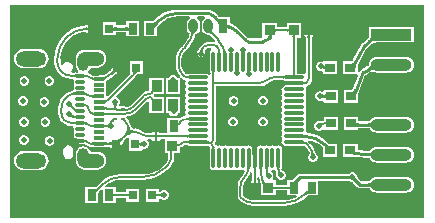
<source format=gbr>
G04*
G04 #@! TF.GenerationSoftware,Altium Limited,Altium Designer,23.1.1 (15)*
G04*
G04 Layer_Physical_Order=1*
G04 Layer_Color=255*
%FSLAX25Y25*%
%MOIN*%
G70*
G04*
G04 #@! TF.SameCoordinates,1495F0C7-D67D-4403-963C-54D1E027F531*
G04*
G04*
G04 #@! TF.FilePolarity,Positive*
G04*
G01*
G75*
%ADD13C,0.01000*%
%ADD17O,0.13780X0.04016*%
%ADD18R,0.13780X0.04016*%
%ADD19R,0.03150X0.03150*%
%ADD20R,0.03150X0.03937*%
G04:AMPARAMS|DCode=21|XSize=7.87mil|YSize=16.54mil|CornerRadius=1.97mil|HoleSize=0mil|Usage=FLASHONLY|Rotation=270.000|XOffset=0mil|YOffset=0mil|HoleType=Round|Shape=RoundedRectangle|*
%AMROUNDEDRECTD21*
21,1,0.00787,0.01260,0,0,270.0*
21,1,0.00394,0.01654,0,0,270.0*
1,1,0.00394,-0.00630,-0.00197*
1,1,0.00394,-0.00630,0.00197*
1,1,0.00394,0.00630,0.00197*
1,1,0.00394,0.00630,-0.00197*
%
%ADD21ROUNDEDRECTD21*%
%ADD22R,0.03543X0.04134*%
G04:AMPARAMS|DCode=23|XSize=10.63mil|YSize=35.43mil|CornerRadius=1.33mil|HoleSize=0mil|Usage=FLASHONLY|Rotation=270.000|XOffset=0mil|YOffset=0mil|HoleType=Round|Shape=RoundedRectangle|*
%AMROUNDEDRECTD23*
21,1,0.01063,0.03278,0,0,270.0*
21,1,0.00797,0.03543,0,0,270.0*
1,1,0.00266,-0.01639,-0.00399*
1,1,0.00266,-0.01639,0.00399*
1,1,0.00266,0.01639,0.00399*
1,1,0.00266,0.01639,-0.00399*
%
%ADD23ROUNDEDRECTD23*%
G04:AMPARAMS|DCode=24|XSize=10.63mil|YSize=31.5mil|CornerRadius=1.33mil|HoleSize=0mil|Usage=FLASHONLY|Rotation=270.000|XOffset=0mil|YOffset=0mil|HoleType=Round|Shape=RoundedRectangle|*
%AMROUNDEDRECTD24*
21,1,0.01063,0.02884,0,0,270.0*
21,1,0.00797,0.03150,0,0,270.0*
1,1,0.00266,-0.01442,-0.00399*
1,1,0.00266,-0.01442,0.00399*
1,1,0.00266,0.01442,0.00399*
1,1,0.00266,0.01442,-0.00399*
%
%ADD24ROUNDEDRECTD24*%
%ADD25R,0.03100X0.03100*%
%ADD26R,0.03740X0.03740*%
%ADD27R,0.03543X0.03150*%
%ADD28O,0.01100X0.07087*%
%ADD29O,0.07087X0.01100*%
%ADD47C,0.00600*%
%ADD48C,0.00800*%
%ADD49O,0.09055X0.04724*%
%ADD50O,0.03937X0.05906*%
%ADD51O,0.10236X0.05118*%
%ADD52O,0.03150X0.04724*%
%ADD53R,0.03150X0.04724*%
%ADD54C,0.02000*%
G36*
X511500Y293000D02*
X373500D01*
Y364000D01*
X511500D01*
Y293000D01*
D02*
G37*
%LPC*%
G36*
X438600Y362345D02*
Y362321D01*
X429506D01*
Y362334D01*
X427764Y362197D01*
X426065Y361789D01*
X424451Y361121D01*
X422961Y360208D01*
X421683Y359116D01*
X421638Y359100D01*
X421240Y358728D01*
X421094Y358610D01*
X421035Y358569D01*
X420883D01*
X420882Y358570D01*
X420871Y358569D01*
X420817D01*
X420777Y358590D01*
X420703Y358569D01*
X417989D01*
Y353432D01*
X422339D01*
Y355971D01*
X422340Y355973D01*
X422339Y355984D01*
Y356406D01*
X422350Y356432D01*
X422403Y356525D01*
X422479Y356634D01*
X422735Y356940D01*
X422901Y357112D01*
X422927Y357177D01*
X423228Y357478D01*
X423228Y357478D01*
X423595Y357798D01*
X424565Y358594D01*
X426103Y359416D01*
X427771Y359922D01*
X429458Y360088D01*
X429506Y360079D01*
X433114D01*
X433266Y359578D01*
X432932Y359355D01*
X432451Y358636D01*
X432283Y357787D01*
Y356213D01*
X432451Y355364D01*
X432932Y354645D01*
X433201Y354465D01*
X433201Y354464D01*
X433211Y354458D01*
X433243Y354437D01*
X433237Y354400D01*
X433213Y354289D01*
X433213Y354289D01*
X432902Y353262D01*
X432061Y351690D01*
X430955Y350342D01*
X430922Y350320D01*
X430551Y349949D01*
X430542Y349958D01*
X429747Y348989D01*
X429156Y347884D01*
X428792Y346685D01*
X428669Y345437D01*
X428682D01*
Y343900D01*
X428653D01*
X428841Y342468D01*
X429394Y341133D01*
X430139Y340162D01*
X429903Y339667D01*
X429710Y339667D01*
X429156D01*
X429056Y339906D01*
X428606Y340356D01*
X428018Y340600D01*
X427382D01*
X426794Y340356D01*
X426344Y339906D01*
X426244Y339667D01*
X425384D01*
Y334333D01*
X430128D01*
Y339247D01*
X430128Y339468D01*
X430241Y339516D01*
X430388Y339521D01*
X430733Y339533D01*
X431453Y339053D01*
X431758Y338992D01*
X431968Y338441D01*
X431879Y338307D01*
X431789Y337858D01*
X431879Y337409D01*
X431998Y337230D01*
X432092Y336874D01*
X431998Y336518D01*
X431879Y336338D01*
X431789Y335890D01*
X431879Y335441D01*
X431998Y335262D01*
X432092Y334906D01*
X431998Y334549D01*
X431879Y334370D01*
X431789Y333921D01*
X431879Y333472D01*
X431998Y333293D01*
X432092Y332937D01*
X431998Y332581D01*
X431879Y332401D01*
X431789Y331953D01*
X431879Y331504D01*
X431998Y331325D01*
X432092Y330968D01*
X431998Y330612D01*
X431879Y330433D01*
X431789Y329984D01*
X431879Y329536D01*
X431998Y329356D01*
X432092Y329000D01*
X431998Y328644D01*
X431879Y328464D01*
X431789Y328016D01*
X431879Y327567D01*
X431966Y327437D01*
X431728Y326901D01*
X431403Y326858D01*
X430563Y326511D01*
X430536Y326489D01*
X430127Y326268D01*
Y326268D01*
X430127Y326268D01*
X425778D01*
Y321131D01*
X425308Y321059D01*
X423523D01*
X423508Y321070D01*
X423214Y321555D01*
X423297Y321755D01*
X423283Y321789D01*
X423293Y321824D01*
X423189Y322014D01*
X423106Y322214D01*
X423072Y322228D01*
X423055Y322261D01*
X423052Y322261D01*
X422965Y322287D01*
Y323699D01*
X422895Y324051D01*
X422696Y324348D01*
X422398Y324547D01*
X422047Y324617D01*
X421696Y324547D01*
X421398Y324348D01*
X421200Y324051D01*
X421130Y323699D01*
Y322287D01*
X421042Y322261D01*
X421040Y322261D01*
X421022Y322228D01*
X420988Y322214D01*
X420905Y322014D01*
X420801Y321824D01*
X420802Y321823D01*
X420812Y321789D01*
X420799Y321758D01*
X420798Y321755D01*
X420837Y321661D01*
X420719Y321389D01*
X420498Y321161D01*
X418831D01*
Y321162D01*
X418230Y321281D01*
X417731Y321614D01*
X417730Y321630D01*
Y321630D01*
X416950Y322228D01*
X416043Y322604D01*
X415069Y322732D01*
Y322720D01*
X414602D01*
X414536Y322749D01*
X414457Y322751D01*
X414405Y322756D01*
X414360Y322764D01*
X414322Y322773D01*
X414290Y322784D01*
X414262Y322795D01*
X414239Y322808D01*
X414218Y322821D01*
X414198Y322837D01*
X414158Y322874D01*
X414091Y322899D01*
X414060Y322963D01*
X414022Y322997D01*
X414002Y323017D01*
X413981Y323043D01*
X413959Y323074D01*
X413936Y323111D01*
X413912Y323155D01*
X413891Y323199D01*
X413839Y323339D01*
X413815Y323418D01*
X413736Y323516D01*
X413543Y324150D01*
X412952Y325257D01*
X412226Y326142D01*
X412198Y326668D01*
X412198Y326676D01*
X412281Y326793D01*
X413312Y326929D01*
X414648Y327482D01*
X415795Y328362D01*
X415795Y328362D01*
X416127Y328737D01*
X419373Y331982D01*
X419498Y331970D01*
X419873Y331680D01*
Y327732D01*
X424616D01*
Y333066D01*
X421589D01*
X421585Y333085D01*
X421422Y333329D01*
X421295Y333699D01*
X421422Y334070D01*
X421585Y334314D01*
X421589Y334333D01*
X424616D01*
Y339667D01*
X419873D01*
Y335595D01*
X419558Y335225D01*
X418779Y335123D01*
X418054Y334822D01*
X417430Y334344D01*
X417436Y334338D01*
X413975Y330877D01*
X413631Y330533D01*
X413245Y330256D01*
X412831Y329980D01*
X412194Y329853D01*
X411941Y330022D01*
X411630Y330084D01*
X410370D01*
X410154Y330041D01*
X410106Y330051D01*
X409993Y330141D01*
X409950Y330180D01*
X409856Y330594D01*
X410100Y331182D01*
Y331818D01*
X409856Y332406D01*
X409406Y332856D01*
X408950Y333045D01*
X408760Y333562D01*
X415159Y339961D01*
X415173Y339948D01*
X415531Y340415D01*
X415590Y340436D01*
X415625Y340509D01*
X415692Y340554D01*
X415749Y340638D01*
X415793Y340697D01*
X415832Y340741D01*
X415863Y340773D01*
X415885Y340792D01*
X415891Y340796D01*
X415905Y340799D01*
X415916Y340807D01*
X415924Y340810D01*
X415932Y340817D01*
X415948Y340825D01*
X417675D01*
Y345175D01*
X413325D01*
Y340825D01*
X413325Y340825D01*
X413325D01*
X413053Y340450D01*
X406016Y333414D01*
X405516Y333621D01*
Y333828D01*
X405459Y334114D01*
X405297Y334356D01*
Y334471D01*
X405459Y334713D01*
X405516Y334999D01*
Y335796D01*
X405459Y336082D01*
X405297Y336325D01*
Y336439D01*
X405459Y336682D01*
X405516Y336967D01*
Y337765D01*
X405459Y338051D01*
X405403Y338449D01*
X405577Y338705D01*
X405585Y338711D01*
X405635Y338742D01*
X405803Y338829D01*
X405903Y338871D01*
X405974Y338944D01*
X406008Y338962D01*
X406090Y338992D01*
X406099Y339010D01*
X406930Y339455D01*
X407967Y340305D01*
X407967Y340305D01*
X408088Y340404D01*
X408088Y340404D01*
X408323Y340630D01*
X408330Y340636D01*
X408502Y340784D01*
X408554Y340823D01*
X408554Y340823D01*
X408627Y340816D01*
X408630Y340816D01*
X408753Y340917D01*
X408898Y340977D01*
X408900Y340978D01*
X408938Y341069D01*
X409014Y341131D01*
X409014Y341133D01*
X409030Y341290D01*
X409091Y341437D01*
X409090Y341439D01*
X409088Y341445D01*
X409922Y342279D01*
X410143Y342610D01*
X410220Y343000D01*
X410143Y343390D01*
X409922Y343721D01*
X409591Y343942D01*
X409201Y344020D01*
X408811Y343942D01*
X408480Y343721D01*
X407646Y342887D01*
X407641Y342889D01*
X407638Y342890D01*
X407490Y342829D01*
X407335Y342813D01*
X407332Y342813D01*
X407269Y342737D01*
X407179Y342700D01*
X407178Y342698D01*
X407118Y342552D01*
X407017Y342429D01*
X407017Y342427D01*
X407024Y342357D01*
X406723Y342008D01*
X406609Y341892D01*
X406580Y341822D01*
X406515Y341757D01*
X406497Y341729D01*
X405529Y340986D01*
X404843Y340702D01*
X404840Y340702D01*
X404606Y340613D01*
X404208Y340486D01*
X403693Y340418D01*
X403674Y340428D01*
X403461Y340447D01*
X403251Y340490D01*
X403218Y340468D01*
X403179Y340472D01*
X403038Y340354D01*
X401106D01*
Y340361D01*
X400630Y340456D01*
X400238Y340717D01*
X400236Y340736D01*
Y340736D01*
X399545Y341198D01*
X399437Y341219D01*
X399312Y341754D01*
X399647Y342011D01*
X400059Y342547D01*
X400254Y343020D01*
X402539D01*
X403313Y343122D01*
X404033Y343420D01*
X404652Y343895D01*
X405127Y344514D01*
X405425Y345235D01*
X405527Y346008D01*
X405425Y346781D01*
X405127Y347502D01*
X404652Y348121D01*
X404033Y348595D01*
X403313Y348894D01*
X402539Y348996D01*
X398209D01*
X397435Y348894D01*
X396715Y348595D01*
X396096Y348121D01*
X395621Y347502D01*
X395323Y346781D01*
X395221Y346008D01*
X395236Y345897D01*
X395224Y345811D01*
Y343843D01*
X395313Y343172D01*
X395571Y342547D01*
X395983Y342011D01*
X396179Y341860D01*
X396027Y341408D01*
X395574Y341349D01*
X395540Y341361D01*
X395482Y341410D01*
X395426Y341406D01*
X395296Y341459D01*
X395276Y341451D01*
X395256Y341458D01*
X395124Y341393D01*
X395105Y341400D01*
X395091Y341399D01*
X395081Y341401D01*
X395070Y341399D01*
X395064Y341399D01*
X395057Y341397D01*
X394589Y341369D01*
X394455Y341368D01*
X394384Y341338D01*
X393891D01*
X393688Y341829D01*
X393688Y341843D01*
X394010Y342164D01*
X394281Y342819D01*
Y343528D01*
X394010Y344182D01*
X393509Y344683D01*
X392854Y344954D01*
X392146D01*
X391491Y344683D01*
X390990Y344182D01*
X390877Y343910D01*
X390338Y343904D01*
X390220Y344800D01*
X390220D01*
Y346000D01*
X390211Y346043D01*
X390380Y347755D01*
X390891Y349442D01*
X391722Y350996D01*
X392841Y352359D01*
X394204Y353478D01*
X395758Y354309D01*
X397446Y354820D01*
X398312Y354906D01*
X398416Y354909D01*
X398509Y354906D01*
X398548Y354901D01*
X398615Y354739D01*
X398649Y354725D01*
X398666Y354693D01*
X398874Y354631D01*
X399074Y354549D01*
X399108Y354563D01*
X399143Y354552D01*
X399333Y354656D01*
X399533Y354739D01*
X399547Y354773D01*
X399580Y354790D01*
X399635Y354980D01*
X400600D01*
X400990Y355058D01*
X401321Y355279D01*
X401542Y355610D01*
X401620Y356000D01*
X401542Y356390D01*
X401321Y356721D01*
X400990Y356942D01*
X400600Y357020D01*
X399635D01*
X399579Y357208D01*
X399547Y357225D01*
X399534Y357257D01*
X399533Y357259D01*
X399333Y357342D01*
X399145Y357444D01*
X399143Y357446D01*
X399108Y357435D01*
X399074Y357450D01*
X399072Y357449D01*
X398874Y357367D01*
X398666Y357305D01*
X398665Y357304D01*
X398649Y357273D01*
X398615Y357259D01*
X398532Y357059D01*
X398527Y357050D01*
X398509Y357044D01*
X398441Y357029D01*
X398346Y357016D01*
X398212Y357005D01*
X398098Y356947D01*
X397474Y356898D01*
X395790Y356494D01*
X394191Y355831D01*
X392714Y354927D01*
X391398Y353802D01*
X390273Y352486D01*
X389369Y351009D01*
X388706Y349410D01*
X388302Y347726D01*
X388166Y346000D01*
X388180D01*
Y344800D01*
X388153D01*
X388341Y343369D01*
X388893Y342036D01*
X389772Y340891D01*
X390917Y340012D01*
X392250Y339460D01*
X393681Y339272D01*
Y339299D01*
X394280D01*
X394378Y339237D01*
X394516Y339092D01*
X394645Y338766D01*
X394642Y338749D01*
Y337952D01*
X394698Y337666D01*
X394860Y337423D01*
Y337309D01*
X394698Y337067D01*
X394642Y336781D01*
Y335983D01*
X394654Y335920D01*
X394600Y335708D01*
X394420Y335426D01*
X394334Y335343D01*
X394319Y335334D01*
X394270Y335329D01*
X393172Y334996D01*
X392160Y334455D01*
X391273Y333727D01*
X391272Y333728D01*
X390514Y332803D01*
X389950Y331749D01*
X389603Y330605D01*
X389486Y329415D01*
X389486D01*
X389495Y329406D01*
X389481Y328010D01*
X389460Y327999D01*
X389619Y326793D01*
X390085Y325669D01*
X390507Y325119D01*
X390515Y325109D01*
X390515Y325108D01*
X390790Y324750D01*
D01*
X390811Y324734D01*
X390811Y324734D01*
X391639Y324099D01*
X392654Y323678D01*
X393743Y323535D01*
Y323551D01*
X394280D01*
X394378Y323489D01*
X394516Y323344D01*
X394645Y323018D01*
X394642Y323001D01*
Y322204D01*
X394698Y321918D01*
X394860Y321675D01*
Y321561D01*
X394698Y321318D01*
X394642Y321033D01*
Y320235D01*
X394698Y319949D01*
X394860Y319707D01*
X395103Y319545D01*
X395389Y319488D01*
X395576D01*
X395813Y319160D01*
X395875Y318988D01*
X395811Y318665D01*
X395889Y318275D01*
X396110Y317944D01*
X396441Y317723D01*
X396831Y317646D01*
X397894D01*
Y317639D01*
X397935Y317631D01*
X398049Y317526D01*
X398764Y317264D01*
X398764Y317264D01*
Y317264D01*
X399455Y316802D01*
X400270Y316640D01*
X400270Y316640D01*
X400548Y316632D01*
X400942Y316624D01*
X401104Y316612D01*
X401142Y316607D01*
X401152Y316605D01*
X401167Y316601D01*
X401172Y316601D01*
X401183Y316599D01*
X401216Y316606D01*
X401226Y316607D01*
X401358Y316542D01*
X401379Y316549D01*
X401399Y316541D01*
X401528Y316594D01*
X401585Y316590D01*
X401642Y316639D01*
X401707Y316662D01*
X404553D01*
X404618Y316639D01*
X404675Y316590D01*
X404732Y316594D01*
X404861Y316541D01*
X404881Y316549D01*
X404902Y316542D01*
X405034Y316606D01*
X405052Y316600D01*
X405067Y316601D01*
X405077Y316599D01*
X405088Y316601D01*
X405093Y316601D01*
X405101Y316603D01*
X405568Y316631D01*
X405703Y316632D01*
X405774Y316662D01*
X406404D01*
X406471Y316632D01*
X406605Y316628D01*
X406699Y316620D01*
X406763Y316610D01*
X406839Y316425D01*
X406840Y316422D01*
X406874Y316408D01*
X406892Y316376D01*
X407099Y316315D01*
X407300Y316232D01*
X407334Y316246D01*
X407369Y316235D01*
X407558Y316339D01*
X407759Y316422D01*
X407760Y316425D01*
X407773Y316456D01*
X407805Y316473D01*
X408328Y316631D01*
X408389Y316605D01*
X408460Y316558D01*
X408850Y316480D01*
X409241Y316558D01*
X409571Y316779D01*
X409673Y316931D01*
X410172Y317430D01*
X410336Y317338D01*
X410338Y317337D01*
X410391Y317352D01*
X410440Y317334D01*
X410442Y317333D01*
X410624Y317418D01*
X410817Y317473D01*
X410843Y317520D01*
X410892Y317544D01*
X410893Y317546D01*
X410961Y317732D01*
X411058Y317907D01*
X411058Y317910D01*
X411043Y317959D01*
X411062Y318011D01*
X411004Y318135D01*
X411024Y318171D01*
X411082Y318253D01*
X411300Y318511D01*
X411446Y318662D01*
X411455Y318685D01*
X411477Y318696D01*
X411495Y318753D01*
X412381Y319639D01*
X412926Y319556D01*
X412975Y319499D01*
X412975Y319450D01*
Y319450D01*
Y319450D01*
X412975Y319450D01*
X412975Y319450D01*
Y315325D01*
X417324D01*
Y315661D01*
X417682Y315900D01*
X418318D01*
X418906Y316144D01*
X419356Y316594D01*
X419600Y317182D01*
Y317818D01*
X419356Y318406D01*
X419141Y318622D01*
X419348Y319122D01*
X420371D01*
X420630Y318955D01*
X420801Y318777D01*
X420905Y318587D01*
X420988Y318387D01*
X420988Y318387D01*
X421125Y318188D01*
X421214Y317514D01*
X421474Y316887D01*
X421887Y316348D01*
X421890Y316351D01*
X422188Y316152D01*
X422539Y316082D01*
X422891Y316152D01*
X423188Y316351D01*
X423387Y316649D01*
X423457Y317000D01*
X423387Y317351D01*
X423188Y317649D01*
X423201Y317662D01*
X423084Y317837D01*
X423057Y318307D01*
X423106Y318387D01*
X423106Y318387D01*
X423188Y318583D01*
X423196Y318599D01*
X423293Y318777D01*
Y318777D01*
X423375Y318923D01*
X423681Y319224D01*
X424991D01*
Y314530D01*
X426151D01*
X426151Y314525D01*
X426182Y314454D01*
Y312900D01*
X426185Y312885D01*
X426037Y312140D01*
X425615Y311509D01*
X425603Y311500D01*
X424280Y310178D01*
X424258Y310145D01*
X422910Y309039D01*
X421338Y308198D01*
X419632Y307681D01*
X417896Y307510D01*
X417858Y307518D01*
X410500D01*
Y307549D01*
X408508Y307353D01*
X406592Y306772D01*
X404827Y305828D01*
X403279Y304558D01*
X403302Y304536D01*
X403302Y304536D01*
X402147Y303382D01*
X402076Y303355D01*
X401823Y303118D01*
X401767Y303072D01*
X401737Y303068D01*
X398389D01*
Y297932D01*
X402738D01*
Y301236D01*
X402740Y301238D01*
X402743Y301248D01*
X402750Y301261D01*
X402753Y301282D01*
X402758Y301292D01*
X402777Y301327D01*
X402807Y301371D01*
X402935Y301525D01*
X403019Y301613D01*
X403021Y301619D01*
X403026Y301621D01*
X403053Y301692D01*
X403832Y302471D01*
X404294Y302280D01*
Y297932D01*
X408644D01*
Y299551D01*
X408649Y299551D01*
X408720Y299582D01*
X412001D01*
X412072Y299551D01*
X412077Y299551D01*
Y298325D01*
X416427D01*
Y302675D01*
X412077D01*
Y301449D01*
X412072Y301449D01*
X412001Y301418D01*
X408720D01*
X408649Y301449D01*
X408644Y301449D01*
Y303068D01*
X405168D01*
X404989Y303569D01*
X405860Y304282D01*
X407304Y305054D01*
X408871Y305530D01*
X410474Y305688D01*
X410500Y305682D01*
X417858D01*
Y305666D01*
X419568Y305801D01*
X421237Y306201D01*
X422822Y306858D01*
X424285Y307754D01*
X425589Y308869D01*
X425578Y308880D01*
X426900Y310203D01*
X426900Y310203D01*
X426911Y310192D01*
X427520Y310985D01*
X427902Y311909D01*
X428033Y312900D01*
X428018D01*
Y314454D01*
X428049Y314525D01*
X428049Y314530D01*
X429931D01*
Y316258D01*
X429947Y316266D01*
X430010Y316291D01*
X430104Y316324D01*
X430212Y316418D01*
X430761Y316646D01*
X431543Y317245D01*
X431568Y317256D01*
X431830D01*
X431902Y317224D01*
X431984Y317222D01*
X432133Y317210D01*
X432182Y317202D01*
X432232Y317191D01*
X432275Y317179D01*
X432312Y317166D01*
X432343Y317153D01*
X432369Y317139D01*
X432412Y317113D01*
X432500Y317099D01*
X432513Y317090D01*
X432634Y317066D01*
X432752Y317017D01*
X432793Y317034D01*
X432962Y317001D01*
X438948D01*
X439397Y317090D01*
X439867Y316990D01*
X440084Y316640D01*
X440090Y316614D01*
X440100Y316562D01*
X440104Y316521D01*
X440105Y316493D01*
X440105Y316485D01*
X440103Y316481D01*
X440102Y316471D01*
X440097Y316459D01*
X440097Y316447D01*
X440096Y316443D01*
X440097Y316435D01*
Y316434D01*
X440093Y316401D01*
X440090Y316397D01*
X440001Y315948D01*
Y309962D01*
X440090Y309513D01*
X440344Y309133D01*
X440725Y308878D01*
X441173Y308789D01*
X441622Y308878D01*
X441801Y308998D01*
X442158Y309092D01*
X442514Y308998D01*
X442693Y308878D01*
X443142Y308789D01*
X443590Y308878D01*
X443770Y308998D01*
X444126Y309092D01*
X444482Y308998D01*
X444662Y308878D01*
X445110Y308789D01*
X445559Y308878D01*
X445738Y308998D01*
X446095Y309092D01*
X446451Y308998D01*
X446630Y308878D01*
X447079Y308789D01*
X447528Y308878D01*
X447707Y308998D01*
X448063Y309092D01*
X448419Y308998D01*
X448598Y308878D01*
X449047Y308789D01*
X449496Y308878D01*
X449675Y308998D01*
X450032Y309092D01*
X450388Y308998D01*
X450567Y308878D01*
X451016Y308789D01*
X451300Y308846D01*
X451649Y308507D01*
X451678Y308450D01*
X451427Y307845D01*
X450956Y307232D01*
X450635Y306865D01*
X450635Y306865D01*
X449889Y305892D01*
X449420Y304760D01*
X449260Y303544D01*
X449282D01*
Y300083D01*
X449269D01*
X449392Y299465D01*
X449742Y298942D01*
X449741Y298941D01*
X450762Y298103D01*
X451926Y297480D01*
X453190Y297097D01*
X454504Y296968D01*
Y296982D01*
X464663D01*
Y296966D01*
X466374Y297101D01*
X468042Y297501D01*
X469627Y298158D01*
X471090Y299054D01*
X472347Y300128D01*
X472393Y300145D01*
X472646Y300382D01*
X472702Y300428D01*
X472732Y300431D01*
X476080D01*
Y305379D01*
X485949D01*
X486009Y305351D01*
X486195Y305344D01*
X486248Y305338D01*
X486297Y305330D01*
X486332Y305322D01*
X486353Y305316D01*
X486355Y305314D01*
X486362Y305312D01*
X486378Y305301D01*
X486387Y305299D01*
X486391Y305297D01*
X486403Y305296D01*
X486416Y305293D01*
X486459Y305278D01*
X486594Y305144D01*
X487182Y304900D01*
X487372D01*
X487413Y304880D01*
X487424Y304873D01*
X487433Y304865D01*
X487438Y304864D01*
X487446Y304859D01*
X487465Y304855D01*
X487471Y304852D01*
X487473Y304852D01*
X487493Y304841D01*
X487524Y304822D01*
X487557Y304798D01*
X487670Y304702D01*
X487733Y304642D01*
X487797Y304617D01*
X489207Y303207D01*
X489207Y303207D01*
X489571Y302964D01*
X490000Y302878D01*
X492594D01*
X492657Y302851D01*
X492871Y302846D01*
X493040Y302834D01*
X493175Y302816D01*
X493273Y302794D01*
X493298Y302785D01*
X493340Y302685D01*
X493397Y302611D01*
X493424Y302545D01*
X493458Y302531D01*
X493478Y302506D01*
X493486Y302490D01*
X493490Y302489D01*
X493758Y302140D01*
X494303Y301722D01*
X494937Y301459D01*
X495618Y301370D01*
X505382D01*
X506063Y301459D01*
X506697Y301722D01*
X507242Y302140D01*
X507660Y302685D01*
X507923Y303319D01*
X508012Y304000D01*
X507923Y304681D01*
X507660Y305315D01*
X507242Y305860D01*
X506697Y306278D01*
X506063Y306541D01*
X505382Y306630D01*
X495618D01*
X494937Y306541D01*
X494303Y306278D01*
X493758Y305860D01*
X493490Y305511D01*
X493486Y305510D01*
X493478Y305494D01*
X493458Y305469D01*
X493424Y305455D01*
X493397Y305389D01*
X493340Y305315D01*
X493298Y305215D01*
X493273Y305206D01*
X493186Y305187D01*
X492861Y305154D01*
X492657Y305149D01*
X492594Y305121D01*
X490465D01*
X489390Y306197D01*
X489367Y306258D01*
X489241Y306395D01*
X489207Y306436D01*
X489178Y306476D01*
X489159Y306507D01*
X489148Y306527D01*
X489148Y306529D01*
X489145Y306535D01*
X489141Y306554D01*
X489136Y306562D01*
X489135Y306567D01*
X489127Y306576D01*
X489120Y306587D01*
X489100Y306628D01*
Y306818D01*
X488856Y307406D01*
X488406Y307856D01*
X487818Y308100D01*
X487182D01*
X486594Y307856D01*
X486459Y307722D01*
X486416Y307707D01*
X486403Y307704D01*
X486391Y307703D01*
X486387Y307701D01*
X486378Y307699D01*
X486362Y307688D01*
X486355Y307686D01*
X486353Y307684D01*
X486332Y307678D01*
X486297Y307670D01*
X486256Y307663D01*
X486109Y307651D01*
X486022Y307649D01*
X485958Y307622D01*
X470000D01*
X470000Y307622D01*
X469571Y307536D01*
X469207Y307293D01*
X469207Y307293D01*
X468268Y306354D01*
X468254Y306367D01*
X468070Y306184D01*
X467946Y306035D01*
X467915Y306000D01*
X467841Y305915D01*
X467645Y305713D01*
X467576Y305652D01*
X467518Y305607D01*
X467481Y305584D01*
X467473Y305580D01*
X467443Y305570D01*
X467442Y305569D01*
X465825D01*
Y303949D01*
X465820Y303949D01*
X465749Y303918D01*
X461959D01*
X461888Y303949D01*
X461883Y303949D01*
Y305470D01*
X461140D01*
X460933Y305970D01*
X460956Y305994D01*
X461200Y306582D01*
Y307218D01*
X460956Y307806D01*
X460506Y308256D01*
X460444Y308282D01*
X460349Y308588D01*
X460603Y308840D01*
X460858Y308789D01*
X461307Y308878D01*
X461403Y308942D01*
X461744Y308852D01*
X461946Y308704D01*
X461948Y308686D01*
X461948Y308686D01*
Y308686D01*
X461961Y308663D01*
X461955Y308636D01*
X461955Y308636D01*
X461955Y308636D01*
X462008Y308557D01*
X462036Y308347D01*
X462129Y308121D01*
X462122Y308026D01*
X462146Y307953D01*
X462161Y307896D01*
X462173Y307837D01*
X462182Y307785D01*
X462192Y307641D01*
X462192Y307590D01*
X462181Y307433D01*
X462170Y307350D01*
X462200Y307234D01*
Y306782D01*
X462444Y306194D01*
X462894Y305744D01*
X463482Y305500D01*
X464118D01*
X464706Y305744D01*
X465156Y306194D01*
X465400Y306782D01*
Y307418D01*
X465156Y308006D01*
X464706Y308456D01*
X464118Y308700D01*
X464101D01*
X464055Y308729D01*
X463973Y308744D01*
X463928Y308756D01*
X463897Y308768D01*
X463879Y308776D01*
X463874Y308779D01*
X463860Y308820D01*
X463854Y308825D01*
X463828Y308960D01*
X463820Y309103D01*
X463821Y309160D01*
X463825Y309217D01*
X463832Y309265D01*
X463840Y309305D01*
X463849Y309336D01*
X463858Y309360D01*
X463867Y309378D01*
X463890Y309417D01*
X463903Y309502D01*
X463910Y309513D01*
X463934Y309634D01*
X463983Y309752D01*
X463966Y309793D01*
X463999Y309962D01*
Y315948D01*
X463910Y316397D01*
X463656Y316777D01*
X463275Y317032D01*
X462827Y317121D01*
X462378Y317032D01*
X462199Y316912D01*
X461842Y316818D01*
X461486Y316912D01*
X461307Y317032D01*
X460858Y317121D01*
X460410Y317032D01*
X460230Y316912D01*
X459874Y316818D01*
X459518Y316912D01*
X459339Y317032D01*
X458890Y317121D01*
X458441Y317032D01*
X458262Y316912D01*
X457905Y316818D01*
X457549Y316912D01*
X457370Y317032D01*
X456921Y317121D01*
X456473Y317032D01*
X456092Y316777D01*
X455838Y316397D01*
X455749Y315948D01*
Y314107D01*
X455359Y313840D01*
X455249Y313814D01*
X454953Y313873D01*
X454657Y313814D01*
X454547Y313840D01*
X454157Y314107D01*
Y315948D01*
X454068Y316397D01*
X453813Y316777D01*
X453433Y317032D01*
X452984Y317121D01*
X452535Y317032D01*
X452356Y316912D01*
X452000Y316818D01*
X451644Y316912D01*
X451465Y317032D01*
X451016Y317121D01*
X450567Y317032D01*
X450388Y316912D01*
X450032Y316818D01*
X449675Y316912D01*
X449496Y317032D01*
X449047Y317121D01*
X448598Y317032D01*
X448419Y316912D01*
X448063Y316818D01*
X447707Y316912D01*
X447528Y317032D01*
X447079Y317121D01*
X446630Y317032D01*
X446451Y316912D01*
X446095Y316818D01*
X445738Y316912D01*
X445559Y317032D01*
X445110Y317121D01*
X444662Y317032D01*
X444482Y316912D01*
X444126Y316818D01*
X443770Y316912D01*
X443590Y317032D01*
X443142Y317121D01*
X442693Y317032D01*
X442553Y316938D01*
X441970Y317079D01*
X441957Y317091D01*
X441924Y317192D01*
X441827Y317305D01*
X441669Y317688D01*
X441659Y317700D01*
X441669Y317712D01*
X441991Y318490D01*
X442101Y319325D01*
X442091D01*
Y336880D01*
X456827D01*
Y336865D01*
X457890Y337005D01*
X458881Y337415D01*
X459732Y338068D01*
X459732Y338068D01*
X460111Y338360D01*
X460521Y338634D01*
X461434Y338816D01*
X461479Y338807D01*
X463803D01*
X463872Y338777D01*
X464154Y338773D01*
X464366Y338762D01*
X464518Y338745D01*
X464551Y338739D01*
X464564Y338736D01*
X464586Y338728D01*
X464594Y338729D01*
X464594Y338728D01*
X464596Y338729D01*
X464660Y338732D01*
X464723Y338720D01*
X464842Y338670D01*
X464883Y338688D01*
X465052Y338654D01*
X466773D01*
X466905Y338492D01*
X467084Y338154D01*
X467025Y337858D01*
X467084Y337562D01*
X466905Y337224D01*
X466773Y337062D01*
X465052D01*
X464603Y336973D01*
X464222Y336719D01*
X463968Y336338D01*
X463879Y335890D01*
X463968Y335441D01*
X464088Y335262D01*
X464182Y334906D01*
X464088Y334549D01*
X463968Y334370D01*
X463879Y333921D01*
X463968Y333472D01*
X464088Y333293D01*
X464182Y332937D01*
X464088Y332581D01*
X463968Y332401D01*
X463879Y331953D01*
X463968Y331504D01*
X464088Y331325D01*
X464182Y330968D01*
X464088Y330612D01*
X463968Y330433D01*
X463879Y329984D01*
X463968Y329536D01*
X464088Y329356D01*
X464182Y329000D01*
X464088Y328644D01*
X463968Y328464D01*
X463879Y328016D01*
X463968Y327567D01*
X464088Y327388D01*
X464182Y327031D01*
X464088Y326675D01*
X463968Y326496D01*
X463879Y326047D01*
X463968Y325599D01*
X464088Y325419D01*
X464182Y325063D01*
X464088Y324707D01*
X463968Y324527D01*
X463879Y324079D01*
X463968Y323630D01*
X464088Y323451D01*
X464182Y323095D01*
X464088Y322738D01*
X463968Y322559D01*
X463879Y322110D01*
X463968Y321661D01*
X464088Y321482D01*
X464182Y321126D01*
X464088Y320770D01*
X463968Y320590D01*
X463879Y320142D01*
X463968Y319693D01*
X464088Y319514D01*
X464182Y319158D01*
X464088Y318801D01*
X463968Y318622D01*
X463879Y318173D01*
X463968Y317724D01*
X464222Y317344D01*
X464603Y317090D01*
X465052Y317001D01*
X471038D01*
X471266Y317046D01*
X471342Y317041D01*
X471371Y317066D01*
X471469Y317018D01*
X471581Y316952D01*
X471599Y316950D01*
X472134Y316414D01*
X472153Y316402D01*
X472875Y315460D01*
X473259Y314533D01*
X473254Y314498D01*
X473266Y314448D01*
X473267Y314437D01*
X473267Y314426D01*
X473266Y314414D01*
X473262Y314397D01*
X473255Y314375D01*
X473241Y314345D01*
X473220Y314308D01*
X473190Y314263D01*
X473136Y314196D01*
X473112Y314112D01*
X473050Y314050D01*
X472806Y313462D01*
Y312825D01*
X473050Y312237D01*
X473500Y311787D01*
X474088Y311544D01*
X474725D01*
X475313Y311787D01*
X475763Y312237D01*
X476006Y312825D01*
Y313462D01*
X475763Y314050D01*
X475524Y314289D01*
X475462Y314411D01*
X475393Y314470D01*
X475343Y314518D01*
X475298Y314565D01*
X475259Y314612D01*
X475226Y314657D01*
X475197Y314702D01*
X475172Y314746D01*
X475151Y314790D01*
X475134Y314834D01*
X475113Y314900D01*
X475035Y314993D01*
X474845Y315621D01*
X474246Y316740D01*
X473441Y317722D01*
X473432Y317712D01*
X472792Y318352D01*
Y318395D01*
X472970Y318877D01*
X473105Y318864D01*
X474773Y318358D01*
X476310Y317536D01*
X477620Y316461D01*
X477648Y316420D01*
X477782Y316285D01*
Y313325D01*
X482525D01*
Y317675D01*
X479602D01*
X479243Y318015D01*
X479243Y318015D01*
X477914Y319150D01*
X476425Y320062D01*
X474810Y320731D01*
X473111Y321139D01*
X472803Y321163D01*
X472723Y321209D01*
X472705Y321204D01*
X472689Y321212D01*
X472434Y321230D01*
X472244Y321493D01*
X472139Y321751D01*
X472211Y322110D01*
X472121Y322559D01*
X472002Y322738D01*
X471908Y323095D01*
X472002Y323451D01*
X472121Y323630D01*
X472211Y324079D01*
X472121Y324527D01*
X472002Y324707D01*
X471908Y325063D01*
X472002Y325419D01*
X472121Y325599D01*
X472211Y326047D01*
X472121Y326496D01*
X472002Y326675D01*
X471908Y327031D01*
X472002Y327388D01*
X472121Y327567D01*
X472211Y328016D01*
X472121Y328464D01*
X472002Y328644D01*
X471908Y329000D01*
X472002Y329356D01*
X472121Y329536D01*
X472211Y329984D01*
X472121Y330433D01*
X472002Y330612D01*
X471908Y330968D01*
X472002Y331325D01*
X472121Y331504D01*
X472211Y331953D01*
X472121Y332401D01*
X472002Y332581D01*
X471908Y332937D01*
X472002Y333293D01*
X472121Y333472D01*
X472211Y333921D01*
X472121Y334370D01*
X472002Y334549D01*
X471908Y334906D01*
X472002Y335262D01*
X472121Y335441D01*
X472211Y335890D01*
X472121Y336338D01*
X472101Y336369D01*
X472331Y336925D01*
X472529Y336964D01*
X473132Y337368D01*
X473125Y337375D01*
X473592Y337984D01*
X473886Y338693D01*
X473986Y339454D01*
X473980D01*
Y352759D01*
X474010Y352825D01*
X474013Y352960D01*
X474021Y353053D01*
X474032Y353117D01*
X474220Y353195D01*
X474234Y353228D01*
X474266Y353246D01*
X474327Y353454D01*
X474410Y353654D01*
X474396Y353688D01*
X474406Y353723D01*
X474303Y353913D01*
X474220Y354113D01*
X474186Y354127D01*
X474168Y354159D01*
X473980Y354215D01*
Y355500D01*
X473903Y355890D01*
X473682Y356221D01*
X473351Y356442D01*
X472961Y356520D01*
X472570Y356442D01*
X472240Y356221D01*
X472019Y355890D01*
X471941Y355500D01*
Y354215D01*
X471756Y354160D01*
X471753Y354159D01*
X471735Y354127D01*
X471701Y354113D01*
X471619Y353913D01*
X471515Y353723D01*
X471525Y353688D01*
X471511Y353654D01*
X471594Y353454D01*
X471655Y353246D01*
X471658Y353245D01*
X471687Y353228D01*
X471701Y353195D01*
X471889Y353117D01*
X471900Y353053D01*
X471908Y352960D01*
X471911Y352825D01*
X471941Y352759D01*
Y341208D01*
X471519Y340931D01*
X471441Y340919D01*
X471038Y340999D01*
X469097D01*
X469092Y341058D01*
X469089Y341192D01*
X469059Y341259D01*
Y352759D01*
X469089Y352825D01*
X469092Y352960D01*
X469098Y353030D01*
X470509D01*
Y357970D01*
X465569D01*
Y356559D01*
X465499Y356553D01*
X465365Y356549D01*
X465298Y356520D01*
X462702D01*
X462636Y356549D01*
X462501Y356553D01*
X462431Y356559D01*
Y357970D01*
X457490D01*
Y353265D01*
X457490Y353030D01*
X457077Y352821D01*
X452876D01*
X452866Y352832D01*
X452481Y353111D01*
X452340Y353247D01*
X449561Y356025D01*
X449561Y356025D01*
X449570Y356034D01*
X448484Y356926D01*
X447285Y357567D01*
X447246Y357604D01*
X447081Y357668D01*
X446954Y357725D01*
X446852Y357780D01*
X446776Y357829D01*
X446726Y357869D01*
X446699Y357896D01*
X446697Y357917D01*
X446675Y357960D01*
Y359962D01*
X443210D01*
X442809Y360317D01*
X442688Y360438D01*
X442660Y360449D01*
X442312Y360807D01*
X442312Y360807D01*
X441224Y361642D01*
X439959Y362166D01*
X438600Y362345D01*
D02*
G37*
G36*
X416433Y358569D02*
X412083D01*
Y357185D01*
X412067Y357180D01*
X411973Y357165D01*
X411848Y357154D01*
X411678Y357149D01*
X411616Y357121D01*
X409117D01*
X409055Y357149D01*
X408883Y357154D01*
X408755Y357165D01*
X408658Y357181D01*
X408650Y357183D01*
Y358150D01*
X404350D01*
Y353850D01*
X408650D01*
Y354817D01*
X408658Y354819D01*
X408755Y354835D01*
X408883Y354846D01*
X409055Y354851D01*
X409117Y354878D01*
X411616D01*
X411678Y354851D01*
X411848Y354846D01*
X411973Y354835D01*
X412067Y354820D01*
X412083Y354815D01*
Y353432D01*
X416433D01*
Y358569D01*
D02*
G37*
G36*
X507990Y356608D02*
X493010D01*
Y353504D01*
X492990Y353469D01*
X493004Y353417D01*
X492985Y353367D01*
X493010Y353311D01*
Y353156D01*
X493009Y353155D01*
X492926Y353056D01*
X492626Y352763D01*
X492429Y352594D01*
X492422Y352581D01*
X492409Y352576D01*
X492383Y352520D01*
X490954Y351338D01*
X490931Y351310D01*
X490791Y351217D01*
X490517Y350807D01*
X490462Y350740D01*
X490440Y350714D01*
X487812Y345864D01*
X487784Y345849D01*
X487769Y345796D01*
X487725Y345761D01*
X487594Y345529D01*
X487480Y345346D01*
X487381Y345205D01*
X487356Y345175D01*
X487354D01*
X487315Y345197D01*
X487268Y345183D01*
X487223Y345200D01*
X487168Y345175D01*
X484475D01*
Y340825D01*
X488991D01*
X489354Y340381D01*
X487779Y336384D01*
X487770Y336378D01*
X487759Y336333D01*
X487742Y336291D01*
X487693Y336242D01*
X487653Y336145D01*
X487428Y335699D01*
X487357Y335675D01*
X484628D01*
Y331325D01*
X489372D01*
Y332946D01*
X489387Y332969D01*
X489372Y333038D01*
Y334043D01*
X489609Y334821D01*
X489734Y335150D01*
X489731Y335220D01*
X491824Y340532D01*
X491859Y340547D01*
X491881Y340599D01*
X493539Y341536D01*
X493608Y341543D01*
X493796Y341645D01*
X493949Y341717D01*
X494076Y341768D01*
X494172Y341797D01*
X494198Y341802D01*
X494303Y341722D01*
X494383Y341689D01*
X494427Y341655D01*
X494456Y341659D01*
X494937Y341459D01*
X495618Y341370D01*
X505382D01*
X506063Y341459D01*
X506697Y341722D01*
X507242Y342140D01*
X507660Y342685D01*
X507923Y343319D01*
X508012Y344000D01*
X507923Y344681D01*
X507660Y345315D01*
X507242Y345860D01*
X506697Y346278D01*
X506063Y346541D01*
X505382Y346630D01*
X495618D01*
X494937Y346541D01*
X494303Y346278D01*
X493758Y345860D01*
X493340Y345315D01*
X493077Y344681D01*
X493023Y344265D01*
X493020Y344262D01*
X493020Y344243D01*
X493016Y344213D01*
X492992Y344183D01*
X493002Y344107D01*
X492988Y344000D01*
X492999Y343913D01*
X492984Y343896D01*
X492916Y343836D01*
X492649Y343647D01*
X492473Y343542D01*
X492431Y343487D01*
X490701Y342509D01*
X490603Y342425D01*
X490231Y342176D01*
X489766Y341481D01*
X489759Y341444D01*
X489718Y341439D01*
X489218Y341872D01*
Y342707D01*
X489223Y342713D01*
X489218Y342746D01*
Y342767D01*
X489240Y342807D01*
X489218Y342881D01*
Y343535D01*
X489227Y343564D01*
X489294Y343747D01*
X489513Y344228D01*
X489658Y344504D01*
X489664Y344574D01*
X492176Y349209D01*
X492180Y349216D01*
X492408Y349583D01*
X492420Y349588D01*
X492438Y349631D01*
X492782Y349940D01*
X493866Y350835D01*
X493930Y350852D01*
X494357Y351181D01*
X494519Y351289D01*
X494660Y351370D01*
X494706Y351392D01*
X495043D01*
X495109Y351367D01*
X495158Y351389D01*
X495212Y351378D01*
X495233Y351392D01*
X507990D01*
Y356608D01*
D02*
G37*
G36*
X477782Y345175D02*
X477443Y344948D01*
X477318Y345000D01*
X476682D01*
X476094Y344756D01*
X475644Y344306D01*
X475400Y343718D01*
Y343082D01*
X475644Y342494D01*
X476094Y342044D01*
X476682Y341800D01*
X477318D01*
X477782Y341451D01*
Y340825D01*
X482525D01*
Y345175D01*
X477782D01*
Y345175D01*
D02*
G37*
G36*
X383051Y349194D02*
X377933D01*
X377108Y349086D01*
X376340Y348767D01*
X375680Y348261D01*
X375174Y347601D01*
X374855Y346833D01*
X374747Y346008D01*
X374855Y345183D01*
X375174Y344415D01*
X375680Y343755D01*
X376340Y343249D01*
X377108Y342930D01*
X377933Y342822D01*
X383051D01*
X383876Y342930D01*
X384644Y343249D01*
X385304Y343755D01*
X385811Y344415D01*
X386129Y345183D01*
X386238Y346008D01*
X386129Y346833D01*
X385811Y347601D01*
X385304Y348261D01*
X384644Y348767D01*
X383876Y349086D01*
X383051Y349194D01*
D02*
G37*
G36*
X386818Y340200D02*
X386182D01*
X385594Y339956D01*
X385144Y339506D01*
X384900Y338918D01*
Y338282D01*
X385144Y337694D01*
X385594Y337244D01*
X386182Y337000D01*
X386818D01*
X387406Y337244D01*
X387856Y337694D01*
X388100Y338282D01*
Y338918D01*
X387856Y339506D01*
X387406Y339956D01*
X386818Y340200D01*
D02*
G37*
G36*
X378476Y340154D02*
X377839D01*
X377251Y339910D01*
X376801Y339460D01*
X376557Y338872D01*
Y338235D01*
X376801Y337647D01*
X377251Y337197D01*
X377839Y336954D01*
X378476D01*
X379064Y337197D01*
X379514Y337647D01*
X379757Y338235D01*
Y338872D01*
X379514Y339460D01*
X379064Y339910D01*
X378476Y340154D01*
D02*
G37*
G36*
X482679Y335675D02*
X477935D01*
Y335281D01*
X477435Y334969D01*
X477118Y335100D01*
X476482D01*
X475894Y334856D01*
X475444Y334406D01*
X475200Y333818D01*
Y333182D01*
X475444Y332594D01*
X475894Y332144D01*
X476482Y331900D01*
X477118D01*
X477435Y332031D01*
X477935Y331719D01*
Y331325D01*
X482679D01*
Y335675D01*
D02*
G37*
G36*
X458018Y333600D02*
X457382D01*
X456794Y333356D01*
X456344Y332906D01*
X456100Y332318D01*
Y331682D01*
X456344Y331094D01*
X456794Y330644D01*
X457382Y330400D01*
X458018D01*
X458606Y330644D01*
X459056Y331094D01*
X459300Y331682D01*
Y332318D01*
X459056Y332906D01*
X458606Y333356D01*
X458018Y333600D01*
D02*
G37*
G36*
X378076Y333554D02*
X377439D01*
X376851Y333310D01*
X376401Y332860D01*
X376157Y332272D01*
Y331635D01*
X376401Y331047D01*
X376851Y330597D01*
X377439Y330354D01*
X378076D01*
X378664Y330597D01*
X379114Y331047D01*
X379357Y331635D01*
Y332272D01*
X379114Y332860D01*
X378664Y333310D01*
X378076Y333554D01*
D02*
G37*
G36*
X448218Y333500D02*
X447582D01*
X446994Y333256D01*
X446544Y332806D01*
X446300Y332218D01*
Y331582D01*
X446544Y330994D01*
X446994Y330544D01*
X447582Y330300D01*
X448218D01*
X448806Y330544D01*
X449256Y330994D01*
X449500Y331582D01*
Y332218D01*
X449256Y332806D01*
X448806Y333256D01*
X448218Y333500D01*
D02*
G37*
G36*
X385176Y333254D02*
X384539D01*
X383951Y333010D01*
X383501Y332560D01*
X383257Y331972D01*
Y331335D01*
X383501Y330747D01*
X383951Y330297D01*
X384539Y330054D01*
X385176D01*
X385764Y330297D01*
X386214Y330747D01*
X386457Y331335D01*
Y331972D01*
X386214Y332560D01*
X385764Y333010D01*
X385176Y333254D01*
D02*
G37*
G36*
X430128Y333066D02*
X425384D01*
Y327732D01*
X426445D01*
X426544Y327494D01*
X426994Y327044D01*
X427582Y326800D01*
X428218D01*
X428806Y327044D01*
X429256Y327494D01*
X429355Y327732D01*
X430128D01*
Y333066D01*
D02*
G37*
G36*
X482679Y326675D02*
X477935D01*
Y325363D01*
X477436Y325298D01*
X477332Y325255D01*
X477261Y325262D01*
X477194Y325243D01*
X477057Y325214D01*
X477011Y325208D01*
X476864Y325200D01*
X476811Y325201D01*
X476653Y325214D01*
X476571Y325227D01*
X476461Y325200D01*
X475982D01*
X475394Y324956D01*
X474944Y324506D01*
X474700Y323918D01*
Y323282D01*
X474944Y322694D01*
X475394Y322244D01*
X475982Y322000D01*
X476618D01*
X477206Y322244D01*
X477435Y322473D01*
X477935Y322325D01*
X477935Y322325D01*
X482679D01*
Y326675D01*
D02*
G37*
G36*
X458018Y326600D02*
X457382D01*
X456794Y326356D01*
X456344Y325906D01*
X456100Y325318D01*
Y324682D01*
X456344Y324094D01*
X456794Y323644D01*
X457382Y323400D01*
X458018D01*
X458606Y323644D01*
X459056Y324094D01*
X459300Y324682D01*
Y325318D01*
X459056Y325906D01*
X458606Y326356D01*
X458018Y326600D01*
D02*
G37*
G36*
X448018D02*
X447382D01*
X446794Y326356D01*
X446344Y325906D01*
X446100Y325318D01*
Y324682D01*
X446344Y324094D01*
X446794Y323644D01*
X447382Y323400D01*
X448018D01*
X448606Y323644D01*
X449056Y324094D01*
X449300Y324682D01*
Y325318D01*
X449056Y325906D01*
X448606Y326356D01*
X448018Y326600D01*
D02*
G37*
G36*
X378376Y326554D02*
X377739D01*
X377151Y326310D01*
X376701Y325860D01*
X376457Y325272D01*
Y324635D01*
X376701Y324047D01*
X377151Y323597D01*
X377739Y323354D01*
X378376D01*
X378964Y323597D01*
X379414Y324047D01*
X379657Y324635D01*
Y325272D01*
X379414Y325860D01*
X378964Y326310D01*
X378376Y326554D01*
D02*
G37*
G36*
X385476Y326454D02*
X384839D01*
X384251Y326210D01*
X383801Y325760D01*
X383557Y325172D01*
Y324535D01*
X383801Y323947D01*
X384251Y323497D01*
X384839Y323254D01*
X385476D01*
X386064Y323497D01*
X386514Y323947D01*
X386757Y324535D01*
Y325172D01*
X386514Y325760D01*
X386064Y326210D01*
X385476Y326454D01*
D02*
G37*
G36*
X489372Y326675D02*
X484628D01*
Y322325D01*
X489372D01*
Y322817D01*
X489380Y322819D01*
X489476Y322835D01*
X489604Y322846D01*
X489777Y322851D01*
X489839Y322879D01*
X492594D01*
X492657Y322851D01*
X492871Y322846D01*
X493040Y322834D01*
X493175Y322815D01*
X493273Y322794D01*
X493298Y322785D01*
X493340Y322685D01*
X493397Y322611D01*
X493424Y322545D01*
X493458Y322531D01*
X493478Y322506D01*
X493486Y322490D01*
X493490Y322489D01*
X493758Y322140D01*
X494303Y321722D01*
X494937Y321459D01*
X495618Y321370D01*
X505382D01*
X506063Y321459D01*
X506697Y321722D01*
X507242Y322140D01*
X507660Y322685D01*
X507923Y323319D01*
X508012Y324000D01*
X507923Y324681D01*
X507660Y325315D01*
X507242Y325860D01*
X506697Y326278D01*
X506063Y326541D01*
X505382Y326630D01*
X495618D01*
X494937Y326541D01*
X494303Y326278D01*
X493758Y325860D01*
X493490Y325511D01*
X493486Y325510D01*
X493478Y325494D01*
X493458Y325469D01*
X493424Y325455D01*
X493397Y325389D01*
X493340Y325315D01*
X493298Y325215D01*
X493273Y325206D01*
X493186Y325187D01*
X492861Y325154D01*
X492657Y325149D01*
X492594Y325121D01*
X489839D01*
X489777Y325149D01*
X489604Y325154D01*
X489476Y325165D01*
X489380Y325181D01*
X489372Y325183D01*
Y326675D01*
D02*
G37*
G36*
X378276Y320454D02*
X377639D01*
X377051Y320210D01*
X376601Y319760D01*
X376357Y319172D01*
Y318535D01*
X376601Y317947D01*
X377051Y317497D01*
X377639Y317254D01*
X378276D01*
X378864Y317497D01*
X379314Y317947D01*
X379557Y318535D01*
Y319172D01*
X379314Y319760D01*
X378864Y320210D01*
X378276Y320454D01*
D02*
G37*
G36*
X386876Y320254D02*
X386239D01*
X385651Y320010D01*
X385201Y319560D01*
X384957Y318972D01*
Y318335D01*
X385201Y317747D01*
X385651Y317297D01*
X386239Y317054D01*
X386876D01*
X387464Y317297D01*
X387914Y317747D01*
X388157Y318335D01*
Y318972D01*
X387914Y319560D01*
X387464Y320010D01*
X386876Y320254D01*
D02*
G37*
G36*
X392756Y317131D02*
X392138Y317008D01*
X391614Y316658D01*
X391264Y316134D01*
X391141Y315516D01*
Y314138D01*
X391264Y313520D01*
X391614Y312996D01*
X392138Y312646D01*
X392756Y312523D01*
X393374Y312646D01*
X393898Y312996D01*
X394248Y313520D01*
X394371Y314138D01*
Y315516D01*
X394248Y316134D01*
X393898Y316658D01*
X393374Y317008D01*
X392756Y317131D01*
D02*
G37*
G36*
X489218Y317675D02*
X484475D01*
Y313325D01*
X487978D01*
X488055Y313305D01*
X488856Y313260D01*
X489513Y313195D01*
X489536Y313202D01*
X489558Y313193D01*
X489621Y313217D01*
X492546Y313051D01*
X492607Y313020D01*
X492821Y313003D01*
X492989Y312981D01*
X493124Y312955D01*
X493221Y312928D01*
X493243Y312919D01*
X493340Y312685D01*
X493758Y312140D01*
X494303Y311722D01*
X494937Y311459D01*
X495618Y311370D01*
X505382D01*
X506063Y311459D01*
X506697Y311722D01*
X507242Y312140D01*
X507660Y312685D01*
X507923Y313319D01*
X508012Y314000D01*
X507923Y314681D01*
X507660Y315315D01*
X507242Y315860D01*
X506697Y316278D01*
X506063Y316541D01*
X505382Y316630D01*
X495618D01*
X494937Y316541D01*
X494303Y316278D01*
X493758Y315860D01*
X493545Y315582D01*
X493521Y315574D01*
X493491Y315511D01*
X493356Y315336D01*
X493267Y315322D01*
X492940Y315307D01*
X492735Y315315D01*
X492670Y315290D01*
X489719Y315458D01*
X489658Y315489D01*
X489487Y315503D01*
X489359Y315522D01*
X489262Y315543D01*
X489218Y315557D01*
Y317675D01*
D02*
G37*
G36*
X397815Y316748D02*
X397145Y316660D01*
X396520Y316401D01*
X395983Y315989D01*
X395571Y315453D01*
X395313Y314828D01*
X395224Y314158D01*
Y312189D01*
X395236Y312104D01*
X395221Y311992D01*
X395323Y311219D01*
X395621Y310498D01*
X396096Y309879D01*
X396715Y309405D01*
X397435Y309106D01*
X398209Y309004D01*
X402539D01*
X403313Y309106D01*
X404033Y309405D01*
X404652Y309879D01*
X405127Y310498D01*
X405425Y311219D01*
X405527Y311992D01*
X405425Y312765D01*
X405127Y313486D01*
X404652Y314105D01*
X404033Y314580D01*
X403313Y314878D01*
X402539Y314980D01*
X400254D01*
X400059Y315453D01*
X399647Y315989D01*
X399110Y316401D01*
X398485Y316660D01*
X397815Y316748D01*
D02*
G37*
G36*
X383051Y315178D02*
X377933D01*
X377108Y315070D01*
X376340Y314752D01*
X375680Y314245D01*
X375174Y313585D01*
X374855Y312817D01*
X374747Y311992D01*
X374855Y311168D01*
X375174Y310399D01*
X375680Y309739D01*
X376340Y309233D01*
X377108Y308914D01*
X377933Y308806D01*
X383051D01*
X383876Y308914D01*
X384644Y309233D01*
X385304Y309739D01*
X385811Y310399D01*
X386129Y311168D01*
X386238Y311992D01*
X386129Y312817D01*
X385811Y313585D01*
X385304Y314245D01*
X384644Y314752D01*
X383876Y315070D01*
X383051Y315178D01*
D02*
G37*
G36*
X422923Y302675D02*
X418573D01*
Y298325D01*
X422923D01*
Y299097D01*
X422972Y299214D01*
X422995Y299250D01*
X423015Y299259D01*
X423220Y299320D01*
X423443Y299359D01*
X423498Y299368D01*
X423535Y299332D01*
X423650Y299287D01*
X423794Y299144D01*
X424382Y298900D01*
X425018D01*
X425606Y299144D01*
X426056Y299594D01*
X426300Y300182D01*
Y300818D01*
X426056Y301406D01*
X425606Y301856D01*
X425018Y302100D01*
X424382D01*
X423794Y301856D01*
X423650Y301713D01*
X423535Y301668D01*
X423498Y301631D01*
X423490Y301633D01*
X423220Y301680D01*
X423015Y301741D01*
X422995Y301750D01*
X422972Y301786D01*
X422923Y301903D01*
Y302675D01*
D02*
G37*
%LPD*%
G36*
X422434Y357563D02*
X422252Y357374D01*
X421962Y357029D01*
X421853Y356871D01*
X421769Y356725D01*
X421710Y356589D01*
X421674Y356463D01*
X421663Y356348D01*
X421677Y356243D01*
X421715Y356149D01*
X420706Y357944D01*
X420765Y357871D01*
X420841Y357829D01*
X420935Y357819D01*
X421046Y357840D01*
X421175Y357892D01*
X421321Y357976D01*
X421485Y358091D01*
X421666Y358237D01*
X422081Y358625D01*
X422434Y357563D01*
D02*
G37*
G36*
X442364Y359843D02*
X442930Y359342D01*
X442937Y359350D01*
X442949Y357149D01*
X442941Y357289D01*
X442919Y357429D01*
X442883Y357569D01*
X442832Y357710D01*
X442767Y357852D01*
X442689Y357993D01*
X442595Y358135D01*
X442488Y358277D01*
X442366Y358420D01*
X442230Y358563D01*
Y359977D01*
X442364Y359843D01*
D02*
G37*
G36*
X446060Y357755D02*
X446089Y357657D01*
X446137Y357563D01*
X446205Y357472D01*
X446291Y357385D01*
X446397Y357301D01*
X446522Y357220D01*
X446666Y357143D01*
X446829Y357069D01*
X447012Y356998D01*
X446991Y355908D01*
X446813Y355967D01*
X446653Y356009D01*
X446512Y356034D01*
X446389Y356042D01*
X446286Y356033D01*
X446201Y356007D01*
X446136Y355964D01*
X446088Y355904D01*
X446060Y355827D01*
X446051Y355733D01*
Y357856D01*
X446060Y357755D01*
D02*
G37*
G36*
X399074Y355198D02*
X399066Y355274D01*
X399042Y355340D01*
X399001Y355398D01*
X398944Y355447D01*
X398871Y355487D01*
X398782Y355518D01*
X398677Y355540D01*
X398555Y355554D01*
X398417Y355558D01*
X398264Y355554D01*
X398263Y356358D01*
X398417Y356370D01*
X398555Y356389D01*
X398677Y356416D01*
X398782Y356449D01*
X398871Y356490D01*
X398944Y356538D01*
X399001Y356593D01*
X399042Y356655D01*
X399066Y356724D01*
X399074Y356800D01*
Y355198D01*
D02*
G37*
G36*
X434904Y354702D02*
X434846Y354702D01*
X434792Y354689D01*
X434739Y354661D01*
X434690Y354618D01*
X434643Y354562D01*
X434598Y354491D01*
X434556Y354405D01*
X434517Y354306D01*
X434480Y354192D01*
X434446Y354064D01*
X433847Y354150D01*
X433875Y354277D01*
X433894Y354393D01*
X433904Y354495D01*
X433905Y354585D01*
X433896Y354662D01*
X433879Y354727D01*
X433852Y354779D01*
X433816Y354818D01*
X433771Y354845D01*
X433717Y354859D01*
X434904Y354702D01*
D02*
G37*
G36*
X466193Y354700D02*
X466185Y354776D01*
X466161Y354844D01*
X466120Y354904D01*
X466063Y354956D01*
X465990Y355000D01*
X465901Y355036D01*
X465795Y355064D01*
X465674Y355084D01*
X465536Y355096D01*
X465381Y355100D01*
Y355900D01*
X465536Y355904D01*
X465674Y355916D01*
X465795Y355936D01*
X465901Y355964D01*
X465990Y356000D01*
X466063Y356044D01*
X466120Y356096D01*
X466161Y356156D01*
X466185Y356224D01*
X466193Y356300D01*
Y354700D01*
D02*
G37*
G36*
X461815Y356224D02*
X461839Y356156D01*
X461880Y356096D01*
X461937Y356044D01*
X462010Y356000D01*
X462099Y355964D01*
X462205Y355936D01*
X462326Y355916D01*
X462464Y355904D01*
X462619Y355900D01*
Y355100D01*
X462464Y355096D01*
X462326Y355084D01*
X462205Y355064D01*
X462099Y355036D01*
X462010Y355000D01*
X461937Y354956D01*
X461880Y354904D01*
X461839Y354844D01*
X461815Y354776D01*
X461807Y354700D01*
Y356300D01*
X461815Y356224D01*
D02*
G37*
G36*
X440594Y355112D02*
X440571Y355084D01*
X440560Y355051D01*
X440558Y355011D01*
X440568Y354966D01*
X440588Y354915D01*
X440618Y354858D01*
X440659Y354795D01*
X440711Y354726D01*
X440773Y354651D01*
X440329Y354246D01*
X440242Y354344D01*
X440083Y354503D01*
X440011Y354564D01*
X439945Y354613D01*
X439884Y354649D01*
X439828Y354674D01*
X439778Y354686D01*
X439733Y354686D01*
X439693Y354674D01*
X440627Y355134D01*
X440594Y355112D01*
D02*
G37*
G36*
X460585Y353647D02*
X460559Y353627D01*
X460536Y353594D01*
X460516Y353547D01*
X460499Y353487D01*
X460485Y353414D01*
X460474Y353327D01*
X460462Y353114D01*
X460461Y352988D01*
X459461D01*
X459459Y353114D01*
X459436Y353414D01*
X459422Y353487D01*
X459405Y353547D01*
X459385Y353594D01*
X459362Y353627D01*
X459336Y353647D01*
X459306Y353654D01*
X460615D01*
X460585Y353647D01*
D02*
G37*
G36*
X473685Y353646D02*
X473617Y353621D01*
X473557Y353581D01*
X473505Y353524D01*
X473461Y353451D01*
X473425Y353362D01*
X473397Y353256D01*
X473377Y353134D01*
X473365Y352996D01*
X473361Y352842D01*
X472561D01*
X472557Y352996D01*
X472545Y353134D01*
X472525Y353256D01*
X472497Y353362D01*
X472461Y353451D01*
X472417Y353524D01*
X472365Y353581D01*
X472305Y353621D01*
X472237Y353646D01*
X472161Y353654D01*
X473761D01*
X473685Y353646D01*
D02*
G37*
G36*
X468763D02*
X468695Y353621D01*
X468635Y353581D01*
X468583Y353524D01*
X468539Y353451D01*
X468503Y353362D01*
X468475Y353256D01*
X468455Y353134D01*
X468443Y352996D01*
X468439Y352842D01*
X467639D01*
X467635Y352996D01*
X467623Y353134D01*
X467603Y353256D01*
X467575Y353362D01*
X467539Y353451D01*
X467495Y353524D01*
X467443Y353581D01*
X467383Y353621D01*
X467315Y353646D01*
X467239Y353654D01*
X468839D01*
X468763Y353646D01*
D02*
G37*
G36*
X438266Y359578D02*
X437932Y359355D01*
X437451Y358636D01*
X437283Y357787D01*
Y356213D01*
X437451Y355364D01*
X437932Y354645D01*
X438651Y354164D01*
X439500Y353995D01*
X439643Y354024D01*
X439770Y353897D01*
X439846Y353813D01*
X439849Y353811D01*
X439850Y353809D01*
X439897Y353775D01*
X440262Y353440D01*
X441814Y351889D01*
X441567Y351428D01*
X441500Y351441D01*
Y351418D01*
X439207D01*
Y351423D01*
X438526Y351333D01*
X437892Y351070D01*
X437348Y350652D01*
X437337Y350663D01*
X436646Y349762D01*
X436496Y349401D01*
X436411Y349322D01*
X436379Y349253D01*
X436352Y349202D01*
X436321Y349151D01*
X436292Y349108D01*
X436203Y348997D01*
X436168Y348960D01*
X436052Y348853D01*
X435987Y348802D01*
X435869Y348587D01*
X435750Y348377D01*
X435748Y348374D01*
X435749Y348370D01*
X435747Y348366D01*
X435815Y348131D01*
X435881Y347895D01*
X435882Y347894D01*
X435884Y347893D01*
X435886Y347889D01*
X435887Y347888D01*
X436088Y347778D01*
X436063Y347586D01*
X436082D01*
Y347500D01*
X436152Y347149D01*
X436351Y346851D01*
X436649Y346652D01*
X437000Y346582D01*
X437351Y346652D01*
X437649Y346851D01*
X437848Y347149D01*
X437918Y347500D01*
Y347538D01*
X437934Y347543D01*
X438165Y347600D01*
X438168Y347600D01*
X438173Y347608D01*
X438182Y347611D01*
X438300Y347820D01*
X438424Y348026D01*
X438424Y348028D01*
X438422Y348035D01*
X438427Y348043D01*
X438426Y348046D01*
X438363Y348275D01*
X438305Y348509D01*
X438255Y348576D01*
X438230Y348617D01*
X438215Y348647D01*
X438207Y348667D01*
X438205Y348675D01*
X438223Y348717D01*
X438223Y348742D01*
X438369Y348960D01*
X438661Y349339D01*
X438912Y349506D01*
X439207Y349565D01*
Y349582D01*
X440288D01*
X440368Y349484D01*
X440344Y348867D01*
X440090Y348487D01*
X440001Y348038D01*
Y342052D01*
X440034Y341883D01*
X440017Y341842D01*
X440066Y341723D01*
X440090Y341603D01*
X440099Y341589D01*
X440113Y341502D01*
X440139Y341459D01*
X440153Y341433D01*
X440166Y341402D01*
X440179Y341365D01*
X440191Y341321D01*
X440202Y341272D01*
X440210Y341223D01*
X440222Y341074D01*
X440224Y340992D01*
X439832Y340686D01*
X439756Y340670D01*
X439397Y340910D01*
X438948Y340999D01*
X432962D01*
X432513Y340910D01*
X432284Y340757D01*
X432053Y340853D01*
X432049Y340849D01*
X431592Y341305D01*
X431593Y341306D01*
X431010Y342066D01*
X430644Y342951D01*
X430519Y343900D01*
X430518D01*
Y345437D01*
X430514Y345457D01*
X430666Y346615D01*
X431121Y347713D01*
X431832Y348640D01*
X431849Y348651D01*
X432220Y349022D01*
X432231Y349011D01*
X433346Y350315D01*
X434242Y351778D01*
X434899Y353363D01*
X435005Y353807D01*
X435073Y353896D01*
X435103Y354008D01*
X435128Y354086D01*
X435143Y354123D01*
X435349Y354164D01*
X436068Y354645D01*
X436549Y355364D01*
X436717Y356213D01*
Y357787D01*
X436549Y358636D01*
X436068Y359355D01*
X435734Y359578D01*
X435886Y360079D01*
X438114D01*
X438266Y359578D01*
D02*
G37*
G36*
X443530Y348426D02*
X442635Y348248D01*
X442673Y348312D01*
X442705Y348380D01*
X442731Y348452D01*
X442750Y348528D01*
X442763Y348608D01*
X442770Y348693D01*
X442771Y348781D01*
X442766Y348874D01*
X442754Y348972D01*
X442736Y349073D01*
X443361Y349078D01*
X443530Y348426D01*
D02*
G37*
G36*
X437625Y348971D02*
X437591Y348890D01*
X437568Y348809D01*
X437556Y348727D01*
X437555Y348643D01*
X437565Y348559D01*
X437586Y348473D01*
X437618Y348387D01*
X437662Y348300D01*
X437717Y348212D01*
X437782Y348123D01*
X436393Y348295D01*
X436475Y348360D01*
X436625Y348498D01*
X436693Y348570D01*
X436814Y348721D01*
X436868Y348800D01*
X436917Y348881D01*
X436961Y348964D01*
X437001Y349050D01*
X437625Y348971D01*
D02*
G37*
G36*
X445001Y349000D02*
X445103Y348739D01*
X445154Y348637D01*
X445206Y348554D01*
X445259Y348491D01*
X445311Y348447D01*
X445364Y348422D01*
X445417Y348416D01*
X445471Y348430D01*
X444562Y348038D01*
X444568Y348082D01*
X444570Y348133D01*
X444568Y348191D01*
X444562Y348256D01*
X444537Y348407D01*
X444496Y348584D01*
X444439Y348789D01*
X444950Y349159D01*
X445001Y349000D01*
D02*
G37*
G36*
X451658Y348232D02*
X451608Y348167D01*
X451562Y348097D01*
X451524Y348023D01*
X451491Y347945D01*
X451464Y347863D01*
X451443Y347776D01*
X451428Y347685D01*
X451419Y347590D01*
X451416Y347490D01*
X450616Y347489D01*
X450613Y347589D01*
X450604Y347684D01*
X450589Y347775D01*
X450568Y347861D01*
X450541Y347944D01*
X450508Y348022D01*
X450468Y348096D01*
X450423Y348165D01*
X450372Y348230D01*
X450315Y348291D01*
X451715Y348293D01*
X451658Y348232D01*
D02*
G37*
G36*
X408441Y341437D02*
X408412Y341453D01*
X408371Y341453D01*
X408319Y341436D01*
X408256Y341404D01*
X408181Y341355D01*
X408095Y341291D01*
X407889Y341113D01*
X407638Y340872D01*
X407072Y341437D01*
X407201Y341568D01*
X407556Y341980D01*
X407605Y342055D01*
X407637Y342118D01*
X407653Y342170D01*
X407654Y342211D01*
X407638Y342240D01*
X408441Y341437D01*
D02*
G37*
G36*
X441641Y341778D02*
X441606Y341709D01*
X441575Y341636D01*
X441548Y341559D01*
X441525Y341478D01*
X441506Y341392D01*
X441492Y341302D01*
X441475Y341108D01*
X441473Y341005D01*
X440873D01*
X440871Y341108D01*
X440855Y341302D01*
X440840Y341392D01*
X440822Y341478D01*
X440799Y341559D01*
X440772Y341636D01*
X440741Y341709D01*
X440706Y341778D01*
X440666Y341842D01*
X441680D01*
X441641Y341778D01*
D02*
G37*
G36*
X415760Y341432D02*
X415692Y341416D01*
X415624Y341390D01*
X415556Y341354D01*
X415489Y341307D01*
X415422Y341250D01*
X415354Y341182D01*
X415287Y341104D01*
X415220Y341016D01*
X415154Y340917D01*
X414421Y340953D01*
X414477Y341045D01*
X414520Y341127D01*
X414550Y341200D01*
X414568Y341263D01*
X414572Y341316D01*
X414564Y341360D01*
X414544Y341394D01*
X414510Y341418D01*
X414464Y341432D01*
X414405Y341437D01*
X415829D01*
X415760Y341432D01*
D02*
G37*
G36*
X453403Y342217D02*
X453412Y342122D01*
X453427Y342031D01*
X453448Y341944D01*
X453475Y341862D01*
X453483Y341842D01*
X453491D01*
X453487Y341834D01*
X453508Y341784D01*
X453547Y341710D01*
X453592Y341640D01*
X453643Y341575D01*
X453700Y341514D01*
X453422D01*
X453415Y341439D01*
X453401Y341059D01*
X453400Y340905D01*
X452600Y340861D01*
X452599Y341015D01*
X452562Y341514D01*
X452300D01*
X452357Y341575D01*
X452408Y341640D01*
X452453Y341710D01*
X452492Y341784D01*
X452499Y341801D01*
X452478Y341842D01*
X452517D01*
X452525Y341862D01*
X452552Y341944D01*
X452573Y342031D01*
X452588Y342122D01*
X452597Y342217D01*
X452600Y342317D01*
X453400D01*
X453403Y342217D01*
D02*
G37*
G36*
X468443Y341021D02*
X468455Y340883D01*
X468475Y340761D01*
X468503Y340656D01*
X468539Y340566D01*
X468583Y340493D01*
X468635Y340436D01*
X468695Y340396D01*
X468763Y340371D01*
X468839Y340363D01*
X467239D01*
X467315Y340371D01*
X467383Y340396D01*
X467443Y340436D01*
X467495Y340493D01*
X467539Y340566D01*
X467575Y340656D01*
X467603Y340761D01*
X467623Y340883D01*
X467635Y341021D01*
X467639Y341175D01*
X468439D01*
X468443Y341021D01*
D02*
G37*
G36*
X395296Y339828D02*
X395281Y339845D01*
X395251Y339861D01*
X395205Y339874D01*
X395144Y339886D01*
X395068Y339896D01*
X394870Y339911D01*
X394459Y339919D01*
Y340719D01*
X394611Y340720D01*
X395144Y340752D01*
X395205Y340763D01*
X395251Y340777D01*
X395281Y340793D01*
X395296Y340810D01*
Y339828D01*
D02*
G37*
G36*
X405650Y339469D02*
X405528Y339417D01*
X405312Y339307D01*
X405219Y339248D01*
X405136Y339187D01*
X405062Y339123D01*
X404997Y339057D01*
X404942Y338988D01*
X404897Y338917D01*
X404861Y338843D01*
X403373Y339852D01*
X403463Y339806D01*
X403570Y339775D01*
X403695Y339760D01*
X403838Y339760D01*
X403999Y339777D01*
X404177Y339809D01*
X404374Y339857D01*
X404821Y340000D01*
X405071Y340095D01*
X405650Y339469D01*
D02*
G37*
G36*
X464842Y339320D02*
X464803Y339340D01*
X464752Y339358D01*
X464688Y339374D01*
X464611Y339388D01*
X464419Y339410D01*
X464176Y339422D01*
X463882Y339427D01*
Y340227D01*
X464036Y340228D01*
X464611Y340265D01*
X464688Y340279D01*
X464752Y340295D01*
X464803Y340313D01*
X464842Y340334D01*
Y339320D01*
D02*
G37*
G36*
X395296Y333922D02*
X395282Y333937D01*
X395252Y333948D01*
X395208Y333955D01*
X395147Y333959D01*
X395072Y333960D01*
X394876Y333951D01*
X394467Y333911D01*
X394463Y334726D01*
X394615Y334745D01*
X395206Y334852D01*
X395251Y334870D01*
X395282Y334887D01*
X395296Y334905D01*
Y333922D01*
D02*
G37*
G36*
X398376Y334893D02*
X398400Y334874D01*
X398440Y334846D01*
X398853Y334587D01*
X399120Y334427D01*
X398717Y333717D01*
X398650Y333756D01*
X398479Y333843D01*
X398432Y333862D01*
X398390Y333876D01*
X398353Y333886D01*
X398321Y333890D01*
X398294Y333890D01*
X398273Y333884D01*
X398365Y334905D01*
X398376Y334893D01*
D02*
G37*
G36*
X401399Y332938D02*
X401383Y332955D01*
X401353Y332971D01*
X401307Y332984D01*
X401246Y332996D01*
X401170Y333006D01*
X400972Y333021D01*
X400561Y333029D01*
Y333829D01*
X400713Y333830D01*
X401246Y333862D01*
X401307Y333874D01*
X401353Y333888D01*
X401383Y333903D01*
X401399Y333920D01*
Y332938D01*
D02*
G37*
G36*
X405467Y331437D02*
X405373Y331399D01*
X405207Y331317D01*
X405136Y331274D01*
X405071Y331228D01*
X405014Y331180D01*
X404965Y331131D01*
X404923Y331079D01*
X404888Y331025D01*
X404861Y330970D01*
X404769Y331990D01*
X404809Y331977D01*
X404855Y331970D01*
X404908Y331968D01*
X404966Y331971D01*
X405031Y331979D01*
X405102Y331993D01*
X405263Y332035D01*
X405352Y332065D01*
X405448Y332100D01*
X405467Y331437D01*
D02*
G37*
G36*
X394002Y330880D02*
X394011Y330776D01*
X394026Y330676D01*
X394047Y330581D01*
X394075Y330491D01*
X394109Y330406D01*
X394150Y330325D01*
X394197Y330250D01*
X394251Y330179D01*
X394311Y330113D01*
X393887Y329689D01*
X393821Y329749D01*
X393750Y329803D01*
X393675Y329850D01*
X393594Y329891D01*
X393509Y329925D01*
X393419Y329953D01*
X393324Y329974D01*
X393224Y329989D01*
X393120Y329998D01*
X393010Y330000D01*
X394000Y330990D01*
X394002Y330880D01*
D02*
G37*
G36*
X409124Y330707D02*
X409056Y330627D01*
X408996Y330546D01*
X408944Y330463D01*
X408900Y330380D01*
X408864Y330295D01*
X408836Y330210D01*
X408816Y330123D01*
X408804Y330035D01*
X408802Y329991D01*
X408803Y329954D01*
X408812Y329848D01*
X408827Y329755D01*
X408847Y329674D01*
X408874Y329606D01*
X408906Y329550D01*
X408945Y329506D01*
X408989Y329474D01*
X409039Y329455D01*
X409095Y329449D01*
X407900Y329460D01*
X407957Y329465D01*
X408008Y329483D01*
X408053Y329514D01*
X408092Y329556D01*
X408125Y329611D01*
X408152Y329679D01*
X408173Y329758D01*
X408188Y329851D01*
X408197Y329955D01*
X408198Y329992D01*
X408196Y330035D01*
X408184Y330123D01*
X408164Y330210D01*
X408136Y330295D01*
X408100Y330380D01*
X408056Y330463D01*
X408004Y330546D01*
X407944Y330627D01*
X407876Y330707D01*
X407800Y330786D01*
X409200D01*
X409124Y330707D01*
D02*
G37*
G36*
X410370Y328678D02*
X410363Y328678D01*
X410343Y328679D01*
X409762Y328681D01*
X409721Y328814D01*
X409679Y328681D01*
X409071Y328678D01*
X409212Y329413D01*
X409229Y329388D01*
X409256Y329366D01*
X409294Y329346D01*
X409343Y329329D01*
X409403Y329314D01*
X409474Y329302D01*
X409556Y329293D01*
X409716Y329284D01*
X409967Y329302D01*
X410038Y329314D01*
X410098Y329329D01*
X410147Y329346D01*
X410185Y329366D01*
X410212Y329388D01*
X410229Y329413D01*
X410370Y328678D01*
D02*
G37*
G36*
X404882Y329947D02*
X404912Y329914D01*
X404952Y329886D01*
X405001Y329861D01*
X405060Y329840D01*
X405129Y329823D01*
X405207Y329809D01*
X405295Y329800D01*
X405500Y329792D01*
Y329192D01*
X405393Y329190D01*
X405207Y329175D01*
X405129Y329162D01*
X405060Y329144D01*
X405001Y329123D01*
X404952Y329099D01*
X404912Y329070D01*
X404882Y329037D01*
X404861Y329001D01*
Y329983D01*
X404882Y329947D01*
D02*
G37*
G36*
X407669Y328736D02*
X407660Y328744D01*
X407640Y328750D01*
X407607Y328756D01*
X407563Y328761D01*
X407361Y328771D01*
X407054Y328775D01*
Y329375D01*
X407168Y329375D01*
X407660Y329406D01*
X407669Y329413D01*
Y328736D01*
D02*
G37*
G36*
X395313Y329230D02*
X395571Y329083D01*
X395684Y329031D01*
X395786Y328994D01*
X395878Y328971D01*
X395959Y328963D01*
X396030Y328969D01*
X396091Y328990D01*
X396141Y329025D01*
X395270Y328193D01*
X395302Y328235D01*
X395315Y328284D01*
X395309Y328338D01*
X395285Y328399D01*
X395242Y328465D01*
X395180Y328538D01*
X395100Y328617D01*
X395001Y328701D01*
X394746Y328889D01*
X395168Y329325D01*
X395313Y329230D01*
D02*
G37*
G36*
X401399Y327032D02*
X401378Y327069D01*
X401349Y327104D01*
X401310Y327138D01*
X401262Y327170D01*
X401204Y327201D01*
X401136Y327231D01*
X401059Y327259D01*
X400877Y327311D01*
X400772Y327335D01*
X400782Y327974D01*
X400887Y327954D01*
X401069Y327928D01*
X401145Y327924D01*
X401212Y327925D01*
X401268Y327932D01*
X401316Y327945D01*
X401353Y327962D01*
X401381Y327986D01*
X401399Y328015D01*
Y327032D01*
D02*
G37*
G36*
X407669Y327162D02*
X407660Y327169D01*
X407640Y327175D01*
X407607Y327181D01*
X407563Y327186D01*
X407361Y327197D01*
X407054Y327200D01*
Y327800D01*
X407168Y327800D01*
X407660Y327831D01*
X407669Y327838D01*
Y327162D01*
D02*
G37*
G36*
X404884Y327974D02*
X404915Y327937D01*
X404956Y327905D01*
X405006Y327877D01*
X405065Y327854D01*
X405134Y327834D01*
X405211Y327819D01*
X405298Y327809D01*
X405394Y327802D01*
X405500Y327800D01*
Y327200D01*
X405391Y327198D01*
X405203Y327185D01*
X405124Y327173D01*
X405056Y327158D01*
X404997Y327140D01*
X404948Y327118D01*
X404909Y327093D01*
X404880Y327064D01*
X404861Y327032D01*
Y328015D01*
X404884Y327974D01*
D02*
G37*
G36*
X394007Y327554D02*
X394033Y327472D01*
X394066Y327397D01*
X394108Y327328D01*
X394158Y327266D01*
X394216Y327209D01*
X394282Y327160D01*
X394356Y327117D01*
X394439Y327080D01*
X394482Y327065D01*
X394623Y327046D01*
X395209Y327002D01*
X395253Y327008D01*
X395282Y327017D01*
X395296Y327030D01*
Y326048D01*
X395282Y326064D01*
X395253Y326081D01*
X395208Y326098D01*
X395148Y326117D01*
X394982Y326155D01*
X394618Y326217D01*
X394466Y326240D01*
X394471Y326970D01*
X394031Y326372D01*
X393927Y326409D01*
X393639Y326489D01*
X393550Y326506D01*
X393384Y326524D01*
X393306Y326526D01*
X393232Y326522D01*
X393162Y326513D01*
X393990Y327642D01*
X394007Y327554D01*
D02*
G37*
G36*
X408755Y325540D02*
X408684Y325574D01*
X408603Y325588D01*
X408513Y325581D01*
X408414Y325554D01*
X408306Y325507D01*
X408188Y325439D01*
X408061Y325350D01*
X407925Y325241D01*
X407623Y324963D01*
X407045Y325516D01*
X407148Y325620D01*
X407577Y326108D01*
X407617Y326166D01*
X407648Y326218D01*
X407669Y326263D01*
X408755Y325540D01*
D02*
G37*
G36*
X407422Y324828D02*
X407444Y324528D01*
X407455Y324475D01*
X407467Y324432D01*
X407481Y324398D01*
X407497Y324373D01*
X407515Y324357D01*
X406521Y324378D01*
X406540Y324393D01*
X406557Y324417D01*
X406572Y324450D01*
X406585Y324492D01*
X406596Y324542D01*
X406605Y324601D01*
X406617Y324746D01*
X406621Y324926D01*
X407421D01*
X407422Y324828D01*
D02*
G37*
G36*
X395296Y324080D02*
X395281Y324097D01*
X395251Y324113D01*
X395205Y324126D01*
X395144Y324138D01*
X395068Y324148D01*
X394870Y324163D01*
X394459Y324171D01*
Y324971D01*
X394611Y324972D01*
X395144Y325004D01*
X395205Y325015D01*
X395251Y325029D01*
X395281Y325045D01*
X395296Y325062D01*
Y324080D01*
D02*
G37*
G36*
X406256Y322832D02*
X406198Y322891D01*
X406135Y322944D01*
X406067Y322991D01*
X405995Y323031D01*
X405919Y323065D01*
X405837Y323093D01*
X405751Y323115D01*
X405661Y323131D01*
X405566Y323140D01*
X405512Y323142D01*
X404873Y323105D01*
X404861Y323095D01*
Y324078D01*
X404880Y324052D01*
X404913Y324029D01*
X404960Y324009D01*
X405022Y323992D01*
X405099Y323977D01*
X405190Y323965D01*
X405416Y323949D01*
X405581Y323946D01*
X405603Y323946D01*
X405698Y323955D01*
X405790Y323969D01*
X405877Y323989D01*
X405960Y324015D01*
X406039Y324047D01*
X406115Y324084D01*
X406186Y324127D01*
X406253Y324176D01*
X406317Y324230D01*
X406256Y322832D01*
D02*
G37*
G36*
X398377Y325049D02*
X398404Y325032D01*
X398446Y325010D01*
X398576Y324952D01*
X399166Y324726D01*
X399111Y323814D01*
X398970Y323865D01*
X398391Y324039D01*
X398339Y324046D01*
X398299Y324047D01*
X398273Y324041D01*
X398365Y325062D01*
X398377Y325049D01*
D02*
G37*
G36*
X401399Y323095D02*
X401383Y323113D01*
X401353Y323128D01*
X401307Y323142D01*
X401246Y323154D01*
X401170Y323164D01*
X400972Y323178D01*
X400561Y323187D01*
Y323987D01*
X400713Y323988D01*
X401246Y324019D01*
X401307Y324031D01*
X401353Y324045D01*
X401383Y324060D01*
X401399Y324078D01*
Y323095D01*
D02*
G37*
G36*
X413223Y323132D02*
X413292Y322948D01*
X413331Y322864D01*
X413373Y322785D01*
X413419Y322712D01*
X413467Y322645D01*
X413518Y322583D01*
X413573Y322527D01*
X413630Y322476D01*
X412237Y322346D01*
X412290Y322416D01*
X412335Y322488D01*
X412371Y322563D01*
X412398Y322640D01*
X412417Y322721D01*
X412427Y322803D01*
X412429Y322889D01*
X412421Y322977D01*
X412405Y323068D01*
X412381Y323161D01*
X413193Y323233D01*
X413223Y323132D01*
D02*
G37*
G36*
X422590Y321749D02*
X422539Y321730D01*
X422494Y321700D01*
X422455Y321657D01*
X422422Y321602D01*
X422395Y321535D01*
X422374Y321455D01*
X422359Y321363D01*
X422350Y321259D01*
X422347Y321143D01*
X421747D01*
X421744Y321259D01*
X421735Y321363D01*
X421720Y321455D01*
X421699Y321535D01*
X421672Y321602D01*
X421639Y321657D01*
X421600Y321700D01*
X421555Y321730D01*
X421504Y321749D01*
X421447Y321755D01*
X422647D01*
X422590Y321749D01*
D02*
G37*
G36*
X413775Y322343D02*
X413840Y322292D01*
X413910Y322247D01*
X413984Y322208D01*
X414062Y322175D01*
X414144Y322148D01*
X414231Y322127D01*
X414322Y322112D01*
X414417Y322103D01*
X414516Y322100D01*
Y321300D01*
X414417Y321297D01*
X414322Y321288D01*
X414231Y321273D01*
X414144Y321252D01*
X414062Y321225D01*
X413984Y321192D01*
X413910Y321153D01*
X413840Y321108D01*
X413775Y321057D01*
X413714Y321000D01*
Y322400D01*
X413775Y322343D01*
D02*
G37*
G36*
X412990Y320700D02*
X412907Y320697D01*
X412824Y320687D01*
X412743Y320670D01*
X412664Y320645D01*
X412585Y320613D01*
X412508Y320574D01*
X412432Y320528D01*
X412357Y320474D01*
X412283Y320413D01*
X412211Y320345D01*
X411645Y320911D01*
X411713Y320983D01*
X411774Y321057D01*
X411828Y321132D01*
X411874Y321208D01*
X411913Y321285D01*
X411945Y321364D01*
X411970Y321443D01*
X411987Y321524D01*
X411997Y321607D01*
X412000Y321690D01*
X412990Y320700D01*
D02*
G37*
G36*
X432752Y319635D02*
X432688Y319674D01*
X432619Y319709D01*
X432547Y319740D01*
X432470Y319767D01*
X432388Y319790D01*
X432302Y319809D01*
X432212Y319823D01*
X432019Y319840D01*
X431915Y319842D01*
Y320442D01*
X432019Y320444D01*
X432212Y320460D01*
X432302Y320475D01*
X432388Y320493D01*
X432470Y320516D01*
X432547Y320543D01*
X432619Y320574D01*
X432688Y320609D01*
X432752Y320649D01*
Y319635D01*
D02*
G37*
G36*
X471295Y320651D02*
X471738Y320627D01*
X472644Y320564D01*
X472523Y319571D01*
X471248Y319635D01*
Y320649D01*
X471257Y320651D01*
X471295Y320651D01*
D02*
G37*
G36*
X410979Y319113D02*
X410818Y318947D01*
X410566Y318650D01*
X410475Y318519D01*
X410407Y318400D01*
X410362Y318293D01*
X410340Y318197D01*
X410341Y318113D01*
X410366Y318042D01*
X410413Y317982D01*
X409231Y319063D01*
X409296Y319020D01*
X409371Y318999D01*
X409457Y319000D01*
X409554Y319024D01*
X409662Y319069D01*
X409781Y319137D01*
X409910Y319227D01*
X410050Y319338D01*
X410363Y319629D01*
X410979Y319113D01*
D02*
G37*
G36*
X422350Y319342D02*
X422359Y319238D01*
X422374Y319146D01*
X422395Y319066D01*
X422422Y318999D01*
X422455Y318944D01*
X422494Y318901D01*
X422539Y318871D01*
X422590Y318852D01*
X422647Y318846D01*
X421447D01*
X421504Y318852D01*
X421555Y318871D01*
X421600Y318901D01*
X421639Y318944D01*
X421672Y318999D01*
X421699Y319066D01*
X421720Y319146D01*
X421735Y319238D01*
X421744Y319342D01*
X421747Y319458D01*
X422347D01*
X422350Y319342D01*
D02*
G37*
G36*
X398379Y319137D02*
X398408Y319112D01*
X398451Y319083D01*
X398509Y319050D01*
X398667Y318968D01*
X399154Y318749D01*
X399083Y317839D01*
X398273Y318136D01*
X398365Y319157D01*
X398379Y319137D01*
D02*
G37*
G36*
X439345Y318556D02*
X439366Y318548D01*
X439445Y318523D01*
X439984Y318368D01*
X439970Y317722D01*
X439869Y317747D01*
X439773Y317765D01*
X439681Y317777D01*
X439593Y317782D01*
X439510Y317780D01*
X439431Y317771D01*
X439356Y317755D01*
X439286Y317732D01*
X439220Y317703D01*
X439158Y317666D01*
X439336Y318561D01*
X439345Y318556D01*
D02*
G37*
G36*
X432752Y317666D02*
X432688Y317706D01*
X432619Y317741D01*
X432547Y317772D01*
X432470Y317799D01*
X432388Y317822D01*
X432302Y317840D01*
X432212Y317855D01*
X432019Y317871D01*
X431915Y317873D01*
Y318473D01*
X432019Y318475D01*
X432212Y318492D01*
X432302Y318506D01*
X432388Y318525D01*
X432470Y318548D01*
X432547Y318575D01*
X432619Y318606D01*
X432688Y318641D01*
X432752Y318680D01*
Y317666D01*
D02*
G37*
G36*
X471435Y318553D02*
X471456Y318538D01*
X471843Y318294D01*
X472071Y318154D01*
X471909Y317512D01*
X471778Y317589D01*
X471551Y317702D01*
X471456Y317737D01*
X471372Y317758D01*
X471301Y317766D01*
X471241Y317759D01*
X471193Y317739D01*
X471157Y317704D01*
X471134Y317656D01*
X471426Y318561D01*
X471435Y318553D01*
D02*
G37*
G36*
X404877Y318155D02*
X404907Y318139D01*
X404953Y318126D01*
X405014Y318114D01*
X405090Y318104D01*
X405288Y318089D01*
X405699Y318081D01*
Y317281D01*
X405547Y317280D01*
X405014Y317248D01*
X404953Y317236D01*
X404907Y317223D01*
X404877Y317207D01*
X404861Y317190D01*
Y318172D01*
X404877Y318155D01*
D02*
G37*
G36*
X401399Y317190D02*
X401383Y317207D01*
X401353Y317223D01*
X401307Y317236D01*
X401246Y317248D01*
X401170Y317258D01*
X400972Y317273D01*
X400561Y317281D01*
Y318081D01*
X400713Y318082D01*
X401246Y318114D01*
X401307Y318126D01*
X401353Y318139D01*
X401383Y318155D01*
X401399Y318172D01*
Y317190D01*
D02*
G37*
G36*
X407300Y316881D02*
X407292Y316957D01*
X407267Y317025D01*
X407227Y317085D01*
X407170Y317137D01*
X407097Y317181D01*
X407007Y317217D01*
X406902Y317245D01*
X406780Y317265D01*
X406642Y317277D01*
X406488Y317281D01*
Y318081D01*
X406642Y318085D01*
X406780Y318097D01*
X406902Y318117D01*
X407007Y318145D01*
X407097Y318181D01*
X407170Y318225D01*
X407227Y318277D01*
X407267Y318337D01*
X407292Y318405D01*
X407300Y318481D01*
Y316881D01*
D02*
G37*
G36*
X416709Y318224D02*
X416733Y318156D01*
X416774Y318096D01*
X416830Y318044D01*
X416903Y318000D01*
X416952Y317981D01*
X417016Y318008D01*
X417090Y318047D01*
X417160Y318092D01*
X417225Y318143D01*
X417286Y318200D01*
Y317910D01*
X417358Y317904D01*
X417512Y317900D01*
Y317100D01*
X417358Y317096D01*
X417286Y317090D01*
Y316800D01*
X417225Y316857D01*
X417160Y316908D01*
X417090Y316953D01*
X417016Y316992D01*
X416952Y317019D01*
X416903Y317000D01*
X416830Y316956D01*
X416774Y316904D01*
X416733Y316844D01*
X416709Y316776D01*
X416700Y316700D01*
Y317084D01*
X416678Y317088D01*
X416583Y317097D01*
X416483Y317100D01*
Y317900D01*
X416583Y317903D01*
X416678Y317912D01*
X416700Y317916D01*
Y318300D01*
X416709Y318224D01*
D02*
G37*
G36*
X429313Y317652D02*
X429330Y317605D01*
X429359Y317568D01*
X429399Y317541D01*
X429451Y317524D01*
X429515Y317516D01*
X429590Y317519D01*
X429677Y317531D01*
X429775Y317552D01*
X429885Y317584D01*
X429895Y316938D01*
X429783Y316900D01*
X429683Y316860D01*
X429595Y316817D01*
X429518Y316772D01*
X429454Y316724D01*
X429401Y316674D01*
X429360Y316622D01*
X429330Y316568D01*
X429313Y316511D01*
X429307Y316452D01*
Y317708D01*
X429313Y317652D01*
D02*
G37*
G36*
X441345Y316873D02*
X441549Y316350D01*
X441561Y316336D01*
X440666Y316158D01*
X440698Y316213D01*
X440723Y316274D01*
X440741Y316340D01*
X440752Y316411D01*
X440756Y316488D01*
X440753Y316569D01*
X440743Y316656D01*
X440726Y316749D01*
X440702Y316847D01*
X440671Y316950D01*
X441307Y316990D01*
X441345Y316873D01*
D02*
G37*
G36*
X427643Y315148D02*
X427592Y315129D01*
X427547Y315099D01*
X427508Y315056D01*
X427475Y315001D01*
X427448Y314934D01*
X427427Y314854D01*
X427412Y314762D01*
X427403Y314658D01*
X427400Y314542D01*
X426800D01*
X426797Y314658D01*
X426788Y314762D01*
X426773Y314854D01*
X426752Y314934D01*
X426725Y315001D01*
X426692Y315056D01*
X426653Y315099D01*
X426608Y315129D01*
X426557Y315148D01*
X426500Y315154D01*
X427700D01*
X427643Y315148D01*
D02*
G37*
G36*
X474521Y314618D02*
X474555Y314532D01*
X474594Y314449D01*
X474640Y314367D01*
X474691Y314287D01*
X474749Y314210D01*
X474812Y314134D01*
X474882Y314060D01*
X474958Y313988D01*
X475039Y313918D01*
X473645Y313792D01*
X473713Y313878D01*
X473772Y313965D01*
X473821Y314051D01*
X473860Y314137D01*
X473889Y314223D01*
X473908Y314309D01*
X473917Y314394D01*
X473916Y314480D01*
X473906Y314566D01*
X473885Y314651D01*
X474494Y314705D01*
X474521Y314618D01*
D02*
G37*
G36*
X459357Y309688D02*
X459322Y309619D01*
X459291Y309547D01*
X459264Y309470D01*
X459241Y309388D01*
X459223Y309302D01*
X459208Y309212D01*
X459192Y309018D01*
X459190Y308915D01*
X458590D01*
X458588Y309018D01*
X458571Y309212D01*
X458557Y309302D01*
X458538Y309388D01*
X458515Y309470D01*
X458489Y309547D01*
X458457Y309619D01*
X458422Y309688D01*
X458383Y309752D01*
X459397D01*
X459357Y309688D01*
D02*
G37*
G36*
X457389D02*
X457354Y309619D01*
X457323Y309547D01*
X457296Y309470D01*
X457273Y309388D01*
X457254Y309302D01*
X457240Y309212D01*
X457223Y309018D01*
X457221Y308915D01*
X456621D01*
X456619Y309018D01*
X456603Y309212D01*
X456588Y309302D01*
X456570Y309388D01*
X456547Y309470D01*
X456520Y309547D01*
X456489Y309619D01*
X456454Y309688D01*
X456415Y309752D01*
X457428D01*
X457389Y309688D01*
D02*
G37*
G36*
X455420D02*
X455385Y309619D01*
X455354Y309547D01*
X455327Y309470D01*
X455304Y309388D01*
X455286Y309302D01*
X455271Y309212D01*
X455255Y309018D01*
X455253Y308915D01*
X454653D01*
X454651Y309018D01*
X454634Y309212D01*
X454620Y309302D01*
X454601Y309388D01*
X454578Y309470D01*
X454552Y309547D01*
X454520Y309619D01*
X454485Y309688D01*
X454446Y309752D01*
X455460D01*
X455420Y309688D01*
D02*
G37*
G36*
X453372Y309574D02*
X453347Y309552D01*
X453322Y309520D01*
X453297Y309477D01*
X453272Y309424D01*
X453248Y309361D01*
X453199Y309204D01*
X453150Y309006D01*
X453126Y308891D01*
X452525Y308958D01*
X452545Y309066D01*
X452568Y309263D01*
X452571Y309351D01*
X452569Y309434D01*
X452562Y309510D01*
X452549Y309580D01*
X452530Y309644D01*
X452507Y309701D01*
X452478Y309752D01*
X453372Y309574D01*
D02*
G37*
G36*
X463294Y309687D02*
X463261Y309617D01*
X463232Y309542D01*
X463209Y309461D01*
X463191Y309376D01*
X463179Y309286D01*
X463172Y309191D01*
X463170Y309090D01*
X463182Y308874D01*
X462593Y308760D01*
X462593Y308760D01*
X462593D01*
X462578Y308894D01*
X462516Y309249D01*
X462503Y309300D01*
X462490Y309352D01*
X462430Y309535D01*
X462396Y309615D01*
X462359Y309687D01*
X462320Y309752D01*
X463334D01*
X463294Y309687D01*
D02*
G37*
G36*
X463278Y308518D02*
X463316Y308442D01*
X463364Y308374D01*
X463420Y308312D01*
X463484Y308258D01*
X463558Y308210D01*
X463640Y308170D01*
X463732Y308136D01*
X463832Y308110D01*
X463941Y308090D01*
X462813Y307260D01*
X462827Y307364D01*
X462842Y307567D01*
X462842Y307666D01*
X462827Y307860D01*
X462812Y307954D01*
X462793Y308047D01*
X462768Y308138D01*
X462739Y308228D01*
X463248Y308600D01*
X463278Y308518D01*
D02*
G37*
G36*
X459209Y308359D02*
X459232Y308278D01*
X459266Y308205D01*
X459310Y308138D01*
X459365Y308078D01*
X459430Y308025D01*
X459506Y307979D01*
X459592Y307939D01*
X459689Y307907D01*
X459796Y307880D01*
X458624Y307116D01*
X458643Y307215D01*
X458671Y307413D01*
X458679Y307511D01*
X458682Y307707D01*
X458678Y307804D01*
X458657Y307998D01*
X458640Y308095D01*
X459197Y308446D01*
X459209Y308359D01*
D02*
G37*
G36*
X486786Y305800D02*
X486743Y305838D01*
X486693Y305872D01*
X486636Y305902D01*
X486572Y305928D01*
X486500Y305950D01*
X486421Y305968D01*
X486335Y305982D01*
X486242Y305992D01*
X486034Y306000D01*
Y307000D01*
X486142Y307002D01*
X486335Y307018D01*
X486421Y307032D01*
X486500Y307050D01*
X486572Y307072D01*
X486636Y307098D01*
X486693Y307128D01*
X486743Y307162D01*
X486786Y307200D01*
Y305800D01*
D02*
G37*
G36*
X488503Y306433D02*
X488515Y306374D01*
X488534Y306312D01*
X488561Y306248D01*
X488596Y306182D01*
X488639Y306113D01*
X488690Y306043D01*
X488749Y305970D01*
X488890Y305817D01*
X488183Y305110D01*
X488106Y305185D01*
X487957Y305310D01*
X487887Y305361D01*
X487818Y305404D01*
X487752Y305439D01*
X487688Y305466D01*
X487627Y305485D01*
X487567Y305497D01*
X487510Y305500D01*
X488500Y306490D01*
X488503Y306433D01*
D02*
G37*
G36*
X469414Y305207D02*
X469379Y305159D01*
X469356Y305117D01*
X469343Y305079D01*
X469341Y305047D01*
X469350Y305019D01*
X469371Y304997D01*
X469402Y304979D01*
X469445Y304966D01*
X469498Y304959D01*
X469563Y304957D01*
X467578Y304944D01*
X467647Y304953D01*
X467723Y304978D01*
X467805Y305020D01*
X467894Y305078D01*
X467990Y305152D01*
X468093Y305243D01*
X468318Y305474D01*
X468441Y305614D01*
X468570Y305771D01*
X469414Y305207D01*
D02*
G37*
G36*
X457980Y305322D02*
X458020Y305223D01*
X458062Y305135D01*
X458107Y305059D01*
X458154Y304995D01*
X458204Y304942D01*
X458257Y304901D01*
X458312Y304871D01*
X458370Y304853D01*
X458431Y304846D01*
X457555Y304858D01*
X457554Y304823D01*
X457548Y304805D01*
X457540Y304801D01*
X457527Y304814D01*
X457512Y304842D01*
X457493Y304886D01*
X457444Y305022D01*
X457381Y305220D01*
X457944Y305432D01*
X457980Y305322D01*
D02*
G37*
G36*
X455256Y305342D02*
X455265Y305238D01*
X455280Y305146D01*
X455301Y305066D01*
X455328Y304999D01*
X455361Y304944D01*
X455400Y304901D01*
X455445Y304871D01*
X455496Y304852D01*
X455553Y304846D01*
X454353D01*
X454410Y304852D01*
X454461Y304871D01*
X454506Y304901D01*
X454545Y304944D01*
X454578Y304999D01*
X454605Y305066D01*
X454626Y305146D01*
X454641Y305238D01*
X454650Y305342D01*
X454653Y305458D01*
X455253D01*
X455256Y305342D01*
D02*
G37*
G36*
X493883Y303005D02*
X493871Y303099D01*
X493835Y303183D01*
X493774Y303257D01*
X493689Y303322D01*
X493580Y303376D01*
X493447Y303421D01*
X493289Y303455D01*
X493107Y303480D01*
X492901Y303495D01*
X492671Y303500D01*
Y304500D01*
X492901Y304505D01*
X493289Y304545D01*
X493447Y304579D01*
X493580Y304624D01*
X493689Y304678D01*
X493774Y304743D01*
X493835Y304817D01*
X493871Y304901D01*
X493883Y304995D01*
Y303005D01*
D02*
G37*
G36*
X466437Y302400D02*
X466431Y302457D01*
X466413Y302508D01*
X466383Y302553D01*
X466341Y302592D01*
X466287Y302625D01*
X466221Y302652D01*
X466143Y302673D01*
X466053Y302688D01*
X465951Y302697D01*
X465837Y302700D01*
Y303300D01*
X465951Y303303D01*
X466053Y303312D01*
X466143Y303327D01*
X466221Y303348D01*
X466287Y303375D01*
X466341Y303408D01*
X466383Y303447D01*
X466413Y303492D01*
X466431Y303543D01*
X466437Y303600D01*
Y302400D01*
D02*
G37*
G36*
X461266Y303543D02*
X461284Y303492D01*
X461314Y303447D01*
X461357Y303408D01*
X461412Y303375D01*
X461480Y303348D01*
X461559Y303327D01*
X461651Y303312D01*
X461755Y303303D01*
X461871Y303300D01*
Y302700D01*
X461755Y302697D01*
X461651Y302688D01*
X461559Y302673D01*
X461480Y302652D01*
X461412Y302625D01*
X461357Y302592D01*
X461314Y302553D01*
X461284Y302508D01*
X461266Y302457D01*
X461260Y302400D01*
Y303600D01*
X461266Y303543D01*
D02*
G37*
G36*
X402551Y302063D02*
X402449Y301958D01*
X402286Y301761D01*
X402224Y301669D01*
X402175Y301582D01*
X402140Y301499D01*
X402117Y301421D01*
X402107Y301348D01*
X402110Y301279D01*
X402126Y301214D01*
X401671Y302456D01*
X401700Y302405D01*
X401742Y302374D01*
X401795Y302364D01*
X401862Y302375D01*
X401940Y302407D01*
X402031Y302460D01*
X402135Y302534D01*
X402251Y302629D01*
X402520Y302881D01*
X402551Y302063D01*
D02*
G37*
G36*
X472797Y301044D02*
X472769Y301095D01*
X472727Y301126D01*
X472673Y301136D01*
X472607Y301125D01*
X472529Y301093D01*
X472437Y301040D01*
X472334Y300966D01*
X472218Y300871D01*
X471949Y300619D01*
X471918Y301437D01*
X472019Y301542D01*
X472183Y301740D01*
X472245Y301831D01*
X472294Y301918D01*
X472329Y302001D01*
X472352Y302079D01*
X472362Y302152D01*
X472359Y302221D01*
X472343Y302286D01*
X472797Y301044D01*
D02*
G37*
G36*
X412701Y299900D02*
X412695Y299957D01*
X412677Y300008D01*
X412646Y300053D01*
X412603Y300092D01*
X412548Y300125D01*
X412481Y300152D01*
X412401Y300173D01*
X412310Y300188D01*
X412206Y300197D01*
X412089Y300200D01*
Y300800D01*
X412206Y300803D01*
X412310Y300812D01*
X412401Y300827D01*
X412481Y300848D01*
X412548Y300875D01*
X412603Y300908D01*
X412646Y300947D01*
X412677Y300992D01*
X412695Y301043D01*
X412701Y301100D01*
Y299900D01*
D02*
G37*
G36*
X408038Y301043D02*
X408056Y300992D01*
X408086Y300947D01*
X408128Y300908D01*
X408182Y300875D01*
X408248Y300848D01*
X408326Y300827D01*
X408416Y300812D01*
X408518Y300803D01*
X408632Y300800D01*
Y300200D01*
X408518Y300197D01*
X408416Y300188D01*
X408326Y300173D01*
X408248Y300152D01*
X408182Y300125D01*
X408128Y300092D01*
X408086Y300053D01*
X408056Y300008D01*
X408038Y299957D01*
X408032Y299900D01*
Y301100D01*
X408038Y301043D01*
D02*
G37*
G36*
X454035Y308055D02*
Y305546D01*
X454003Y305475D01*
X454001Y305378D01*
X453999Y305349D01*
X453894Y305305D01*
X453879Y305271D01*
X453847Y305254D01*
X453786Y305046D01*
X453703Y304846D01*
X453717Y304812D01*
X453707Y304777D01*
X453811Y304587D01*
X453894Y304387D01*
X453928Y304373D01*
X453935Y304360D01*
X453612Y303258D01*
X453580Y302902D01*
X453687Y302560D01*
X453917Y302285D01*
X454234Y302119D01*
X454590Y302088D01*
X454932Y302195D01*
X455207Y302424D01*
X455373Y302742D01*
X455830Y304302D01*
X455958Y304340D01*
X455960Y304340D01*
X455978Y304373D01*
X456010Y304386D01*
X456012Y304387D01*
X456095Y304587D01*
X456199Y304777D01*
X456198Y304779D01*
X456188Y304812D01*
X456202Y304846D01*
X456201Y304849D01*
X456119Y305046D01*
X456058Y305254D01*
X456026Y305271D01*
X456012Y305305D01*
X455907Y305349D01*
X455904Y305378D01*
X455902Y305475D01*
X455870Y305546D01*
Y306351D01*
X456370Y306425D01*
X456769Y305109D01*
X456762Y305024D01*
X456825Y304826D01*
X456834Y304815D01*
X456833Y304801D01*
X456882Y304666D01*
X456897Y304650D01*
X456897Y304627D01*
X456916Y304583D01*
X456934Y304566D01*
X456942Y304538D01*
X456943Y304531D01*
Y300530D01*
X461883D01*
Y302051D01*
X461888Y302051D01*
X461959Y302082D01*
X465749D01*
X465820Y302051D01*
X465825Y302051D01*
Y300431D01*
X468828D01*
X468954Y299932D01*
X468143Y299498D01*
X466437Y298981D01*
X464702Y298810D01*
X464663Y298818D01*
X454504D01*
X454475Y298812D01*
X453237Y298975D01*
X452056Y299464D01*
X451136Y300170D01*
X451118Y300214D01*
Y303544D01*
X451126D01*
X451222Y304277D01*
X451505Y304959D01*
X451951Y305540D01*
X451959Y305541D01*
X451959D01*
X452790Y306554D01*
X453408Y307709D01*
X453535Y308129D01*
X454035Y308055D01*
D02*
G37*
G36*
X412696Y355000D02*
X412685Y355095D01*
X412655Y355180D01*
X412605Y355255D01*
X412535Y355320D01*
X412445Y355375D01*
X412335Y355420D01*
X412206Y355455D01*
X412055Y355480D01*
X411885Y355495D01*
X411695Y355500D01*
Y356500D01*
X411885Y356505D01*
X412055Y356520D01*
X412206Y356545D01*
X412335Y356580D01*
X412445Y356625D01*
X412535Y356680D01*
X412605Y356745D01*
X412655Y356820D01*
X412685Y356905D01*
X412696Y357000D01*
Y355000D01*
D02*
G37*
G36*
X408036Y356905D02*
X408067Y356820D01*
X408117Y356745D01*
X408188Y356680D01*
X408279Y356625D01*
X408390Y356580D01*
X408522Y356545D01*
X408674Y356520D01*
X408846Y356505D01*
X409038Y356500D01*
Y355500D01*
X408846Y355495D01*
X408674Y355480D01*
X408522Y355455D01*
X408390Y355420D01*
X408279Y355375D01*
X408188Y355320D01*
X408117Y355255D01*
X408067Y355180D01*
X408036Y355095D01*
X408026Y355000D01*
Y357000D01*
X408036Y356905D01*
D02*
G37*
G36*
X495089Y352016D02*
X495009Y352071D01*
X494912Y352099D01*
X494798Y352100D01*
X494668Y352075D01*
X494521Y352023D01*
X494357Y351945D01*
X494176Y351840D01*
X493979Y351709D01*
X493534Y351367D01*
X492851Y352100D01*
X493065Y352283D01*
X493402Y352613D01*
X493526Y352760D01*
X493619Y352895D01*
X493682Y353017D01*
X493715Y353128D01*
X493718Y353226D01*
X493691Y353312D01*
X493634Y353386D01*
X495089Y352016D01*
D02*
G37*
G36*
X489083Y344805D02*
X488930Y344513D01*
X488694Y343995D01*
X488610Y343769D01*
X488550Y343565D01*
X488513Y343383D01*
X488498Y343224D01*
X488507Y343086D01*
X488539Y342970D01*
X488594Y342877D01*
X487245Y344551D01*
X487316Y344485D01*
X487395Y344453D01*
X487480Y344456D01*
X487574Y344493D01*
X487675Y344565D01*
X487783Y344671D01*
X487898Y344812D01*
X488022Y344988D01*
X488152Y345198D01*
X488290Y345442D01*
X489083Y344805D01*
D02*
G37*
G36*
X494599Y342281D02*
X494543Y342357D01*
X494469Y342412D01*
X494380Y342447D01*
X494274Y342461D01*
X494152Y342455D01*
X494015Y342428D01*
X493860Y342381D01*
X493690Y342313D01*
X493503Y342225D01*
X493300Y342115D01*
X492804Y342984D01*
X493003Y343102D01*
X493322Y343327D01*
X493442Y343435D01*
X493537Y343539D01*
X493605Y343640D01*
X493647Y343738D01*
X493664Y343832D01*
X493654Y343923D01*
X493618Y344010D01*
X494599Y342281D01*
D02*
G37*
G36*
X489126Y335380D02*
X488994Y335031D01*
X488723Y334144D01*
X488675Y333901D01*
X488648Y333685D01*
X488641Y333495D01*
X488656Y333332D01*
X488691Y333195D01*
X488748Y333085D01*
X487389Y335051D01*
X487459Y334972D01*
X487534Y334931D01*
X487613Y334929D01*
X487697Y334966D01*
X487785Y335041D01*
X487877Y335154D01*
X487975Y335306D01*
X488076Y335497D01*
X488182Y335726D01*
X488293Y335993D01*
X489126Y335380D01*
D02*
G37*
G36*
X478406Y342572D02*
X478402Y342577D01*
X478388Y342582D01*
X478366Y342586D01*
X478336Y342590D01*
X478247Y342596D01*
X477966Y342600D01*
Y343400D01*
X478049Y343400D01*
X478402Y343423D01*
X478406Y343428D01*
Y342572D01*
D02*
G37*
G36*
X478559Y332700D02*
X478551Y332776D01*
X478527Y332844D01*
X478486Y332904D01*
X478430Y332956D01*
X478356Y333000D01*
X478267Y333036D01*
X478161Y333064D01*
X478069Y333079D01*
X478031Y333073D01*
X477944Y333052D01*
X477862Y333025D01*
X477784Y332992D01*
X477710Y332953D01*
X477640Y332908D01*
X477575Y332857D01*
X477514Y332800D01*
Y334200D01*
X477575Y334143D01*
X477640Y334092D01*
X477710Y334047D01*
X477784Y334008D01*
X477862Y333975D01*
X477944Y333948D01*
X478031Y333927D01*
X478069Y333921D01*
X478161Y333936D01*
X478267Y333964D01*
X478356Y334000D01*
X478430Y334044D01*
X478486Y334096D01*
X478527Y334156D01*
X478551Y334224D01*
X478559Y334300D01*
Y332700D01*
D02*
G37*
G36*
X477812Y324120D02*
X477728Y324094D01*
X477651Y324059D01*
X477582Y324015D01*
X477519Y323961D01*
X477463Y323898D01*
X477414Y323827D01*
X477372Y323745D01*
X477337Y323655D01*
X477309Y323556D01*
X477288Y323447D01*
X476473Y324585D01*
X476576Y324569D01*
X476778Y324552D01*
X476877Y324550D01*
X477071Y324561D01*
X477166Y324573D01*
X477352Y324612D01*
X477444Y324639D01*
X477812Y324120D01*
D02*
G37*
G36*
X493883Y323005D02*
X493871Y323099D01*
X493835Y323183D01*
X493774Y323257D01*
X493689Y323322D01*
X493580Y323376D01*
X493447Y323421D01*
X493289Y323455D01*
X493107Y323480D01*
X492901Y323495D01*
X492671Y323500D01*
Y324500D01*
X492901Y324505D01*
X493289Y324545D01*
X493447Y324579D01*
X493580Y324624D01*
X493689Y324678D01*
X493774Y324743D01*
X493835Y324817D01*
X493871Y324901D01*
X493883Y324995D01*
Y323005D01*
D02*
G37*
G36*
X488758Y324905D02*
X488788Y324820D01*
X488839Y324745D01*
X488910Y324680D01*
X489001Y324625D01*
X489112Y324580D01*
X489244Y324545D01*
X489395Y324520D01*
X489567Y324505D01*
X489760Y324500D01*
Y323500D01*
X489567Y323495D01*
X489395Y323480D01*
X489244Y323455D01*
X489112Y323420D01*
X489001Y323375D01*
X488910Y323320D01*
X488839Y323255D01*
X488788Y323180D01*
X488758Y323095D01*
X488748Y323000D01*
Y325000D01*
X488758Y324905D01*
D02*
G37*
G36*
X493842Y313104D02*
X493835Y313199D01*
X493803Y313285D01*
X493747Y313362D01*
X493666Y313432D01*
X493560Y313492D01*
X493429Y313544D01*
X493273Y313587D01*
X493093Y313622D01*
X492888Y313649D01*
X492658Y313667D01*
X492712Y314666D01*
X492943Y314657D01*
X493333Y314675D01*
X493493Y314700D01*
X493629Y314737D01*
X493741Y314785D01*
X493830Y314844D01*
X493895Y314915D01*
X493936Y314996D01*
X493953Y315089D01*
X493842Y313104D01*
D02*
G37*
G36*
X488605Y315303D02*
X488636Y315217D01*
X488687Y315139D01*
X488758Y315070D01*
X488849Y315010D01*
X488960Y314958D01*
X489091Y314916D01*
X489242Y314882D01*
X489413Y314858D01*
X489605Y314842D01*
X489576Y313842D01*
X488606Y313937D01*
X488594Y315399D01*
X488605Y315303D01*
D02*
G37*
G36*
X422305Y301043D02*
X422323Y300992D01*
X422354Y300947D01*
X422397Y300908D01*
X422452Y300875D01*
X422519Y300848D01*
X422599Y300827D01*
X422690Y300812D01*
X422794Y300803D01*
X422911Y300800D01*
Y300200D01*
X422794Y300197D01*
X422690Y300188D01*
X422599Y300173D01*
X422519Y300152D01*
X422452Y300125D01*
X422397Y300092D01*
X422354Y300053D01*
X422323Y300008D01*
X422305Y299957D01*
X422299Y299900D01*
Y301100D01*
X422305Y301043D01*
D02*
G37*
G36*
X423986Y299800D02*
X423907Y299876D01*
X423827Y299944D01*
X423746Y300004D01*
X423663Y300056D01*
X423580Y300100D01*
X423495Y300136D01*
X423410Y300164D01*
X423323Y300184D01*
X423235Y300196D01*
X423146Y300200D01*
Y300800D01*
X423235Y300804D01*
X423323Y300816D01*
X423410Y300836D01*
X423495Y300864D01*
X423580Y300900D01*
X423663Y300944D01*
X423746Y300996D01*
X423827Y301056D01*
X423907Y301124D01*
X423986Y301200D01*
Y299800D01*
D02*
G37*
D13*
X478441Y317213D02*
G03*
X471370Y320142I-7071J-7071D01*
G01*
X448768Y355232D02*
G03*
X444500Y357000I-4268J-4268D01*
G01*
X457627Y351700D02*
G03*
X459800Y352600I0J3073D01*
G01*
X451900Y352100D02*
G03*
X452866Y351700I966J966D01*
G01*
X469061Y305561D02*
G03*
X468000Y303000I2561J-2561D01*
G01*
X441502Y359998D02*
G03*
X438600Y361200I-2902J-2902D01*
G01*
X429506D02*
G03*
X422435Y358271I0J-10000D01*
G01*
X491427Y350180D02*
X491426Y350179D01*
X491668Y350474D02*
G03*
X491427Y350180I637J-771D01*
G01*
X491253Y341532D02*
G03*
X490814Y341028I492J-871D01*
G01*
X459800Y352600D02*
G03*
X459961Y352988I-388J388D01*
G01*
X470000Y306500D02*
X487500D01*
X490000Y304000D02*
X500500D01*
X487500Y306500D02*
X490000Y304000D01*
X478441Y317213D02*
X480154Y315500D01*
X444500Y357000D02*
X444600Y356900D01*
X441602Y359898D02*
X444500Y357000D01*
X448768Y355232D02*
X451900Y352100D01*
X452866Y351700D02*
X457627D01*
X469061Y305561D02*
X470000Y306500D01*
X429506Y361200D02*
X438600D01*
X420164Y356000D02*
X422435Y358271D01*
X468045Y320142D02*
X471370D01*
X486846Y315500D02*
X488118Y314425D01*
X495618Y314000D01*
X500500D01*
X488272Y324000D02*
X500500D01*
X487000Y324500D02*
X488272Y324000D01*
X491668Y350474D02*
X494110Y352492D01*
X491426Y350179D02*
X491427Y350180D01*
X488118Y344075D02*
X491426Y350179D01*
X494110Y352492D02*
X500500Y354000D01*
X486846Y343000D02*
X488118Y344075D01*
X488272Y334575D02*
X490814Y341028D01*
X495618Y344000D02*
X500500D01*
X491253Y341532D02*
X495618Y344000D01*
X487000Y333500D02*
X488272Y334575D01*
X459961Y352988D02*
Y355500D01*
X406500Y356000D02*
X414258D01*
D17*
X500500Y314000D02*
D03*
Y334000D02*
D03*
Y344000D02*
D03*
Y324000D02*
D03*
Y304000D02*
D03*
D18*
Y354000D02*
D03*
D19*
X420748Y300500D02*
D03*
X414252D02*
D03*
X408850Y317500D02*
D03*
X415150D02*
D03*
X415500Y343000D02*
D03*
X409201D02*
D03*
D20*
X406469Y300500D02*
D03*
X400563D02*
D03*
X422047Y323699D02*
D03*
X427953D02*
D03*
X414258Y356000D02*
D03*
X420164D02*
D03*
X468000Y303000D02*
D03*
X473906D02*
D03*
D21*
X411000Y325925D02*
D03*
Y327500D02*
D03*
Y329075D02*
D03*
X408441Y325925D02*
D03*
Y327500D02*
D03*
Y329075D02*
D03*
D22*
X422244Y330399D02*
D03*
X427756D02*
D03*
X422244Y337000D02*
D03*
X427756D02*
D03*
D23*
X403130Y317681D02*
D03*
Y319650D02*
D03*
Y321618D02*
D03*
Y323587D02*
D03*
Y325555D02*
D03*
Y327524D02*
D03*
Y329492D02*
D03*
Y331461D02*
D03*
Y333429D02*
D03*
Y335398D02*
D03*
Y337366D02*
D03*
Y339335D02*
D03*
D24*
X396831Y340319D02*
D03*
Y338350D02*
D03*
Y336382D02*
D03*
Y334413D02*
D03*
Y332445D02*
D03*
Y330476D02*
D03*
Y328508D02*
D03*
Y326539D02*
D03*
Y324571D02*
D03*
Y322602D02*
D03*
Y320634D02*
D03*
Y318665D02*
D03*
D25*
X400600Y356000D02*
D03*
X406500D02*
D03*
D26*
X468039Y355500D02*
D03*
X472961D02*
D03*
X459961D02*
D03*
X455039D02*
D03*
X427461Y317000D02*
D03*
X459413Y303000D02*
D03*
X422539Y317000D02*
D03*
X454492Y303000D02*
D03*
D27*
X480154Y315500D02*
D03*
X486846D02*
D03*
X480307Y324500D02*
D03*
X487000D02*
D03*
Y333500D02*
D03*
X480307D02*
D03*
X486846Y343000D02*
D03*
X480154D02*
D03*
D28*
X441173Y312955D02*
D03*
X443142D02*
D03*
X445110D02*
D03*
X447079D02*
D03*
X449047D02*
D03*
X451016D02*
D03*
X452984D02*
D03*
X454953D02*
D03*
X456921D02*
D03*
X458890D02*
D03*
X460858D02*
D03*
X462827D02*
D03*
Y345045D02*
D03*
X460858D02*
D03*
X458890D02*
D03*
X456921D02*
D03*
X454953D02*
D03*
X452984D02*
D03*
X451016D02*
D03*
X449047D02*
D03*
X447079D02*
D03*
X445110D02*
D03*
X443142D02*
D03*
X441173D02*
D03*
D29*
X468045Y318173D02*
D03*
Y320142D02*
D03*
Y322110D02*
D03*
Y324079D02*
D03*
Y326047D02*
D03*
Y328016D02*
D03*
Y329984D02*
D03*
Y331953D02*
D03*
Y333921D02*
D03*
Y335890D02*
D03*
Y337858D02*
D03*
Y339827D02*
D03*
X435955D02*
D03*
Y337858D02*
D03*
Y335890D02*
D03*
Y333921D02*
D03*
Y331953D02*
D03*
Y329984D02*
D03*
Y328016D02*
D03*
Y326047D02*
D03*
Y324079D02*
D03*
Y322110D02*
D03*
Y320142D02*
D03*
Y318173D02*
D03*
D47*
X474406Y313144D02*
G03*
X472783Y317063I-5543J0D01*
G01*
X472121Y317724D02*
G03*
X471038Y318173I-1083J-1083D01*
G01*
X478473Y324500D02*
G03*
X476300Y323600I0J-3073D01*
G01*
X462827Y309450D02*
G03*
X463800Y307100I3323J0D01*
G01*
X443142Y348451D02*
G03*
X442500Y350000I-2191J0D01*
G01*
X442354Y350147D02*
G03*
X441500Y350500I-854J-854D01*
G01*
X439207D02*
G03*
X438000Y350000I0J-1707D01*
G01*
D02*
G03*
X437000Y347586I2414J-2414D01*
G01*
X445110Y346340D02*
G03*
X442600Y352400I-8570J0D01*
G01*
X456921Y307860D02*
G03*
X456947Y307686I600J0D01*
G01*
X457869Y304644D02*
G03*
X458019Y304395I574J174D01*
G01*
X440500Y317700D02*
G03*
X441173Y319325I-1625J1625D01*
G01*
X440500Y317700D02*
G03*
X439358Y318173I-1142J-1142D01*
G01*
X431418D02*
G03*
X431000Y318000I0J-591D01*
G01*
X441173Y316075D02*
G03*
X440500Y317700I-2299J0D01*
G01*
X428586Y317000D02*
G03*
X431000Y318000I0J3414D01*
G01*
X427461Y317000D02*
G03*
X427100Y316129I871J-871D01*
G01*
X417858Y306600D02*
G03*
X424929Y309529I0J10000D01*
G01*
X410500Y306600D02*
G03*
X403951Y303887I0J-9262D01*
G01*
X426252Y310852D02*
G03*
X427100Y312900I-2049J2049D01*
G01*
X422047Y318188D02*
G03*
X422539Y317000I1680J0D01*
G01*
X422389Y320142D02*
G03*
X422047Y320000I0J-484D01*
G01*
X405900Y329300D02*
G03*
X406444Y329075I544J544D01*
G01*
X405841Y329359D02*
G03*
X405500Y329500I-341J-341D01*
G01*
D02*
G03*
X405508Y329492I966J966D01*
G01*
X404174Y331461D02*
G03*
X406200Y332300I0J2866D01*
G01*
X414510Y340610D02*
G03*
X415500Y343000I-2390J2390D01*
G01*
X458890Y308615D02*
G03*
X459600Y306900I2425J0D01*
G01*
X432304Y326047D02*
G03*
X430500Y325300I0J-2551D01*
G01*
X427953Y323699D02*
G03*
X429569Y324369I0J2286D01*
G01*
X464663Y297900D02*
G03*
X471734Y300829I0J10000D01*
G01*
X450400Y299600D02*
G03*
X454504Y297900I4104J4104D01*
G01*
X450200Y300083D02*
G03*
X450400Y299600I683J0D01*
G01*
X451300Y306200D02*
G03*
X450200Y303544I2656J-2656D01*
G01*
X451300Y306200D02*
G03*
X452984Y310266I-4066J4066D01*
G01*
X439500Y357000D02*
G03*
X440561Y354439I3621J0D01*
G01*
X431401Y340199D02*
G03*
X432301Y339827I900J902D01*
G01*
X431400Y340200D02*
G03*
X431401Y340199I901J901D01*
G01*
X429600Y343900D02*
G03*
X430943Y340656I4587J0D01*
G01*
X431200Y349300D02*
G03*
X429600Y345437I3863J-3863D01*
G01*
X431571Y349671D02*
G03*
X434500Y356742I-7071J7071D01*
G01*
X395627Y328740D02*
G03*
X395618Y328744I-237J-551D01*
G01*
X394768Y329252D02*
G03*
X394759Y329259I-381J-464D01*
G01*
X394668Y329338D02*
G03*
X394759Y329259I721J740D01*
G01*
X394667Y329339D02*
G03*
X394660Y329346I-414J-434D01*
G01*
X394546Y329454D02*
G03*
X394628Y329375I2285J2285D01*
G01*
X394768Y329252D02*
G03*
X395618Y328744I2063J2488D01*
G01*
X421217Y335973D02*
G03*
X420772Y334899I1073J-1073D01*
G01*
X420172Y334299D02*
G03*
X420597Y334475I0J600D01*
G01*
X419558Y334299D02*
G03*
X418085Y333689I0J-2083D01*
G01*
X411874Y328887D02*
G03*
X414279Y329884I0J3402D01*
G01*
X411761Y328934D02*
G03*
X411874Y328887I113J113D01*
G01*
X411761Y328934D02*
G03*
X411648Y328981I-113J-113D01*
G01*
X411000Y329075D02*
G03*
X411226Y328981I226J226D01*
G01*
X410774D02*
G03*
X411000Y329075I0J320D01*
G01*
X399500Y329500D02*
G03*
X401476Y327524I1976J0D01*
G01*
X399500Y329500D02*
G03*
X398524Y330476I-976J0D01*
G01*
X409315Y327687D02*
G03*
X409202Y327641I0J-160D01*
G01*
X411000Y327500D02*
G03*
X410774Y327594I-226J-226D01*
G01*
X410239Y327641D02*
G03*
X410126Y327687I-113J-113D01*
G01*
X410239Y327641D02*
G03*
X410352Y327594I113J113D01*
G01*
X409089D02*
G03*
X409202Y327641I0J160D01*
G01*
X408667Y327594D02*
G03*
X408441Y327500I0J-320D01*
G01*
X421216Y331427D02*
G03*
X421217Y331426I1074J1073D01*
G01*
X420772Y332500D02*
G03*
X421216Y331427I1518J0D01*
G01*
X420772Y332500D02*
G03*
X420597Y332924I-600J0D01*
G01*
D02*
G03*
X420172Y333100I-424J-424D01*
G01*
X419807D02*
G03*
X418758Y332665I0J-1483D01*
G01*
X411878Y327687D02*
G03*
X415125Y329032I0J4591D01*
G01*
X411874Y327687D02*
G03*
X411761Y327641I0J-160D01*
G01*
X411648Y327594D02*
G03*
X411761Y327641I0J160D01*
G01*
X411226Y327594D02*
G03*
X411000Y327500I0J-320D01*
G01*
X420597Y334475D02*
G03*
X420772Y334899I-424J424D01*
G01*
X472121Y317724D02*
X472783Y317063D01*
X468045Y318173D02*
X471038D01*
X478473Y324500D02*
X480307D01*
X462827Y309450D02*
Y312955D01*
X443142Y345045D02*
Y348451D01*
X442353Y350147D02*
X442500Y350000D01*
X439207Y350500D02*
X441500D01*
X437000Y347500D02*
Y347586D01*
X440561Y354439D02*
X442600Y352400D01*
X459413Y303000D02*
X468000D01*
X458018Y304395D02*
X458019Y304394D01*
X459413Y303000D01*
X458019Y304395D02*
X458019Y304394D01*
X456947Y307686D02*
X457869Y304644D01*
X435955Y318173D02*
X439358D01*
X431418D02*
X435955D01*
X441173Y312955D02*
Y316075D01*
X427461Y317000D02*
X428586D01*
X427100Y312900D02*
Y316129D01*
X424929Y309529D02*
X426252Y310852D01*
X410500Y306600D02*
X417858D01*
X441173Y319325D02*
Y345045D01*
X400563Y300500D02*
X403951Y303887D01*
X422389Y320142D02*
X435955D01*
X422047Y318188D02*
Y320000D01*
Y320142D02*
Y323699D01*
X408968Y328981D02*
X410774D01*
X408500Y329075D02*
Y331500D01*
X406444Y329075D02*
X408441D01*
X405841Y329359D02*
X405900Y329300D01*
X405508Y329492D02*
X405508D01*
X403130D02*
X405508D01*
X406200Y332300D02*
X414510Y340610D01*
X403130Y331461D02*
X404174D01*
X458890Y308615D02*
Y312955D01*
X456921Y307860D02*
Y312955D01*
X420748Y300500D02*
X424700D01*
X406469D02*
X414252D01*
X432304Y326047D02*
X435955D01*
X429569Y324369D02*
X430500Y325300D01*
X471734Y300829D02*
X473906Y303000D01*
X454504Y297900D02*
X464663D01*
X450200Y300083D02*
Y303544D01*
X452984Y310266D02*
Y312955D01*
X454492Y303000D02*
X454953Y304570D01*
Y312955D01*
X445110Y345045D02*
Y346340D01*
X432301Y339827D02*
X435955D01*
X431400Y340200D02*
X431401Y340199D01*
X430943Y340656D02*
X431400Y340200D01*
X429600Y343900D02*
Y345437D01*
X431200Y349300D02*
X431571Y349671D01*
X434500Y356742D02*
Y357000D01*
X395627Y328739D02*
Y328740D01*
X394628Y329375D02*
X394660Y329346D01*
X394759Y329259D02*
X394759Y329259D01*
X394667Y329339D02*
X394668Y329338D01*
X393000Y331000D02*
X394546Y329454D01*
X395627Y328739D02*
X396831Y328508D01*
X421217Y335973D02*
X422244Y337000D01*
X419558Y334299D02*
X420172D01*
X414279Y329884D02*
X418085Y333689D01*
X411226Y328981D02*
X411648D01*
X408441Y329075D02*
X408500D01*
X408441D02*
X408968Y328981D01*
X401476Y327524D02*
X403130D01*
X396831Y330476D02*
X398524D01*
X409315Y327687D02*
X410126D01*
X410352Y327594D02*
X410774D01*
X408667D02*
X409089D01*
X404524Y327500D02*
X408441D01*
X421217Y331426D02*
X422244Y330399D01*
X421216Y331427D02*
X421217Y331426D01*
X419807Y333100D02*
X420172D01*
X415125Y329032D02*
X418758Y332665D01*
X411874Y327687D02*
X411878D01*
X411226Y327594D02*
X411648D01*
X403130Y327524D02*
X404500D01*
X404524Y327500D01*
D48*
X461479Y339827D02*
G03*
X459000Y338800I0J-3506D01*
G01*
X456827Y337900D02*
G03*
X459000Y338800I0J3073D01*
G01*
X477000Y343400D02*
G03*
X477966Y343000I966J966D01*
G01*
X471816Y337858D02*
G03*
X472400Y338100I0J825D01*
G01*
D02*
G03*
X472961Y339454I-1354J1354D01*
G01*
X417000Y320900D02*
G03*
X418831Y320142I1831J1831D01*
G01*
X417000Y320900D02*
G03*
X415069Y321700I-1931J-1931D01*
G01*
X403130Y339335D02*
G03*
X407236Y341036I0J5807D01*
G01*
X389200Y344800D02*
G03*
X393681Y340319I4481J0D01*
G01*
X399200Y356000D02*
G03*
X389200Y346000I0J-10000D01*
G01*
X399500Y340000D02*
G03*
X398730Y340319I-770J-770D01*
G01*
X399500Y340000D02*
G03*
X401106Y339335I1606J1606D01*
G01*
X413000Y321700D02*
G03*
X411427Y325499I-5372J0D01*
G01*
X399500Y318000D02*
G03*
X400270Y317681I770J770D01*
G01*
X399500Y318000D02*
G03*
X397894Y318665I-1606J-1606D01*
G01*
X408850Y317500D02*
G03*
X408413Y317681I-437J-437D01*
G01*
X393000Y327500D02*
G03*
X395319Y326539I2319J2319D01*
G01*
X399000Y334000D02*
G03*
X398002Y334413I-998J-998D01*
G01*
X399000Y334000D02*
G03*
X400378Y333429I1378J1378D01*
G01*
X395412Y334413D02*
G03*
X392000Y333000I0J-4826D01*
G01*
X392000Y333000D02*
G03*
X390515Y329415I3584J-3584D01*
G01*
X390500Y327999D02*
G03*
X391529Y325471I3620J0D01*
G01*
X399500Y324000D02*
G03*
X400498Y323587I998J998D01*
G01*
X399500Y324000D02*
G03*
X398122Y324571I-1378J-1378D01*
G01*
X391529Y325471D02*
G03*
X393743Y324571I2214J2272D01*
G01*
X461479Y339827D02*
X468045D01*
X441300Y337900D02*
X456827D01*
X453000Y340800D02*
Y345029D01*
X452984Y345045D02*
X453000Y345029D01*
X476800Y333500D02*
X480307D01*
X477966Y343000D02*
X480154D01*
X451014Y349006D02*
X451016Y349005D01*
Y345045D02*
Y349005D01*
X468045Y337858D02*
X471816D01*
X472961Y339454D02*
Y355500D01*
X468039Y339832D02*
X468045Y339827D01*
X468039Y339832D02*
Y355500D01*
X418831Y320142D02*
X422047D01*
X407236Y341036D02*
X409201Y343000D01*
X401106Y339335D02*
X403130D01*
X399200Y356000D02*
X400600D01*
X389200Y344800D02*
Y346000D01*
X393681Y340319D02*
X396831D01*
X398730D01*
X413000Y321700D02*
X415069D01*
X408850Y317550D02*
X413000Y321700D01*
X396831Y318665D02*
X397894D01*
X408850Y317500D02*
Y317550D01*
X400270Y317681D02*
X403130D01*
X408413D01*
X411000Y325925D02*
X411427Y325499D01*
X459961Y355500D02*
X468039D01*
X395319Y326539D02*
X396831D01*
X415150Y317500D02*
X418000D01*
X396831Y334413D02*
X398002D01*
X400378Y333429D02*
X403130D01*
X395412Y334413D02*
X396831D01*
X392000Y333000D02*
X392000Y333000D01*
X390500Y327999D02*
X390515Y329415D01*
X400498Y323587D02*
X403130D01*
X391529Y325471D02*
X391529Y325471D01*
X396831Y324571D02*
X398122D01*
X393743D02*
X396831D01*
X407021Y323521D02*
Y324926D01*
X407000Y323500D02*
X407021Y323521D01*
X406957Y323543D02*
X407000Y323500D01*
X403173Y323543D02*
X406957D01*
X407021Y324926D02*
X408014Y325919D01*
X403130Y323587D02*
X403173Y323543D01*
D49*
X400374Y346008D02*
D03*
Y311992D02*
D03*
D50*
X397815Y313173D02*
D03*
Y344827D02*
D03*
D51*
X380492Y346008D02*
D03*
Y311992D02*
D03*
D52*
X429500Y357000D02*
D03*
X434500D02*
D03*
X439500D02*
D03*
D53*
X444500D02*
D03*
D54*
X474406Y313144D02*
D03*
X463800Y307100D02*
D03*
X487500Y306500D02*
D03*
X437000Y347500D02*
D03*
X476300Y323600D02*
D03*
X453000Y340800D02*
D03*
X457700Y325000D02*
D03*
X447700D02*
D03*
X457700Y332000D02*
D03*
X447900Y331900D02*
D03*
X386557Y318654D02*
D03*
X377957Y318854D02*
D03*
X385157Y324854D02*
D03*
X378057Y324954D02*
D03*
X384857Y331654D02*
D03*
X377757Y331954D02*
D03*
X386500Y338600D02*
D03*
X378157Y338554D02*
D03*
X476800Y333500D02*
D03*
X477000Y343400D02*
D03*
X451014Y349006D02*
D03*
X413000Y321700D02*
D03*
X459600Y306900D02*
D03*
X424700Y300500D02*
D03*
X449047Y341187D02*
D03*
X447079Y348903D02*
D03*
X427900Y328400D02*
D03*
X427700Y339000D02*
D03*
X418000Y317500D02*
D03*
X393000Y327500D02*
D03*
Y331000D02*
D03*
X408500Y331500D02*
D03*
X407000Y323500D02*
D03*
M02*

</source>
